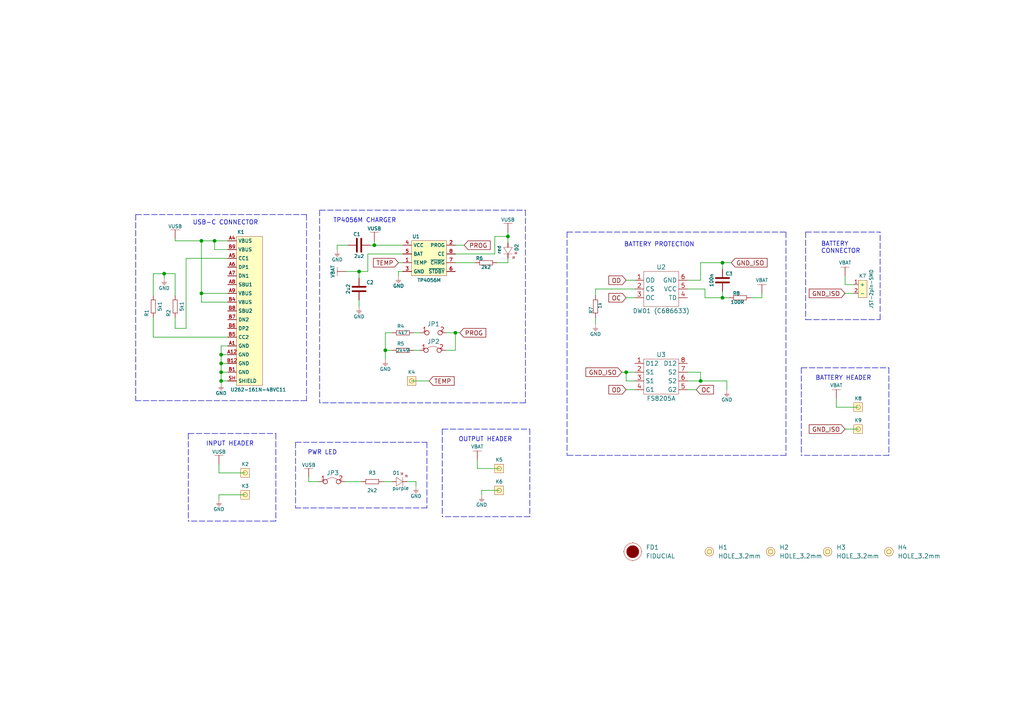
<source format=kicad_sch>
(kicad_sch (version 20211123) (generator eeschema)

  (uuid 2685a089-ef66-4e75-aff8-21e4ebe01de1)

  (paper "A4")

  (title_block
    (title "Li-ion charger with protection")
    (date "2024-07-15")
    (rev "V1.2.0.")
    (company "SOLDERED")
    (comment 1 "333014")
  )

  (lib_symbols
    (symbol "e-radionica.com schematics:0402LED" (pin_numbers hide) (pin_names (offset 0.254) hide) (in_bom yes) (on_board yes)
      (property "Reference" "D" (id 0) (at -0.635 2.54 0)
        (effects (font (size 1 1)))
      )
      (property "Value" "0402LED" (id 1) (at 0 -2.54 0)
        (effects (font (size 1 1)))
      )
      (property "Footprint" "e-radionica.com footprinti:0402LED" (id 2) (at 0 5.08 0)
        (effects (font (size 1 1)) hide)
      )
      (property "Datasheet" "" (id 3) (at 0 0 0)
        (effects (font (size 1 1)) hide)
      )
      (symbol "0402LED_0_1"
        (polyline
          (pts
            (xy -0.635 1.27)
            (xy 1.27 0)
          )
          (stroke (width 0.0006) (type default) (color 0 0 0 0))
          (fill (type none))
        )
        (polyline
          (pts
            (xy 0.635 1.905)
            (xy 1.27 2.54)
          )
          (stroke (width 0.0006) (type default) (color 0 0 0 0))
          (fill (type none))
        )
        (polyline
          (pts
            (xy 1.27 1.27)
            (xy 1.27 -1.27)
          )
          (stroke (width 0.0006) (type default) (color 0 0 0 0))
          (fill (type none))
        )
        (polyline
          (pts
            (xy 1.905 1.27)
            (xy 2.54 1.905)
          )
          (stroke (width 0.0006) (type default) (color 0 0 0 0))
          (fill (type none))
        )
        (polyline
          (pts
            (xy -0.635 1.27)
            (xy -0.635 -1.27)
            (xy 1.27 0)
          )
          (stroke (width 0.0006) (type default) (color 0 0 0 0))
          (fill (type none))
        )
        (polyline
          (pts
            (xy 1.27 2.54)
            (xy 0.635 2.54)
            (xy 1.27 1.905)
            (xy 1.27 2.54)
          )
          (stroke (width 0.0006) (type default) (color 0 0 0 0))
          (fill (type none))
        )
        (polyline
          (pts
            (xy 2.54 1.905)
            (xy 1.905 1.905)
            (xy 2.54 1.27)
            (xy 2.54 1.905)
          )
          (stroke (width 0.0006) (type default) (color 0 0 0 0))
          (fill (type none))
        )
      )
      (symbol "0402LED_1_1"
        (pin passive line (at -1.905 0 0) (length 1.27)
          (name "A" (effects (font (size 1.27 1.27))))
          (number "1" (effects (font (size 1.27 1.27))))
        )
        (pin passive line (at 2.54 0 180) (length 1.27)
          (name "K" (effects (font (size 1.27 1.27))))
          (number "2" (effects (font (size 1.27 1.27))))
        )
      )
    )
    (symbol "e-radionica.com schematics:0402LED_1" (pin_numbers hide) (pin_names (offset 0.254) hide) (in_bom yes) (on_board yes)
      (property "Reference" "D" (id 0) (at -0.635 2.54 0)
        (effects (font (size 1 1)))
      )
      (property "Value" "0402LED" (id 1) (at 0 -2.54 0)
        (effects (font (size 1 1)))
      )
      (property "Footprint" "e-radionica.com footprinti:0402LED" (id 2) (at 0 5.08 0)
        (effects (font (size 1 1)) hide)
      )
      (property "Datasheet" "" (id 3) (at 0 0 0)
        (effects (font (size 1 1)) hide)
      )
      (symbol "0402LED_1_0_1"
        (polyline
          (pts
            (xy -0.635 1.27)
            (xy 1.27 0)
          )
          (stroke (width 0.0006) (type default) (color 0 0 0 0))
          (fill (type none))
        )
        (polyline
          (pts
            (xy 0.635 1.905)
            (xy 1.27 2.54)
          )
          (stroke (width 0.0006) (type default) (color 0 0 0 0))
          (fill (type none))
        )
        (polyline
          (pts
            (xy 1.27 1.27)
            (xy 1.27 -1.27)
          )
          (stroke (width 0.0006) (type default) (color 0 0 0 0))
          (fill (type none))
        )
        (polyline
          (pts
            (xy 1.905 1.27)
            (xy 2.54 1.905)
          )
          (stroke (width 0.0006) (type default) (color 0 0 0 0))
          (fill (type none))
        )
        (polyline
          (pts
            (xy -0.635 1.27)
            (xy -0.635 -1.27)
            (xy 1.27 0)
          )
          (stroke (width 0.0006) (type default) (color 0 0 0 0))
          (fill (type none))
        )
        (polyline
          (pts
            (xy 1.27 2.54)
            (xy 0.635 2.54)
            (xy 1.27 1.905)
            (xy 1.27 2.54)
          )
          (stroke (width 0.0006) (type default) (color 0 0 0 0))
          (fill (type none))
        )
        (polyline
          (pts
            (xy 2.54 1.905)
            (xy 1.905 1.905)
            (xy 2.54 1.27)
            (xy 2.54 1.905)
          )
          (stroke (width 0.0006) (type default) (color 0 0 0 0))
          (fill (type none))
        )
      )
      (symbol "0402LED_1_1_1"
        (pin passive line (at -1.905 0 0) (length 1.27)
          (name "A" (effects (font (size 1.27 1.27))))
          (number "1" (effects (font (size 1.27 1.27))))
        )
        (pin passive line (at 2.54 0 180) (length 1.27)
          (name "K" (effects (font (size 1.27 1.27))))
          (number "2" (effects (font (size 1.27 1.27))))
        )
      )
    )
    (symbol "e-radionica.com schematics:0402R" (pin_numbers hide) (pin_names (offset 0.254)) (in_bom yes) (on_board yes)
      (property "Reference" "R" (id 0) (at -1.905 1.27 0)
        (effects (font (size 1 1)))
      )
      (property "Value" "0402R" (id 1) (at 0 -1.27 0)
        (effects (font (size 1 1)))
      )
      (property "Footprint" "e-radionica.com footprinti:0402R" (id 2) (at -2.54 1.905 0)
        (effects (font (size 1 1)) hide)
      )
      (property "Datasheet" "" (id 3) (at -2.54 1.905 0)
        (effects (font (size 1 1)) hide)
      )
      (symbol "0402R_0_1"
        (rectangle (start -1.905 -0.635) (end 1.905 -0.6604)
          (stroke (width 0.1) (type default) (color 0 0 0 0))
          (fill (type none))
        )
        (rectangle (start -1.905 0.635) (end -1.8796 -0.635)
          (stroke (width 0.1) (type default) (color 0 0 0 0))
          (fill (type none))
        )
        (rectangle (start -1.905 0.635) (end 1.905 0.6096)
          (stroke (width 0.1) (type default) (color 0 0 0 0))
          (fill (type none))
        )
        (rectangle (start 1.905 0.635) (end 1.9304 -0.635)
          (stroke (width 0.1) (type default) (color 0 0 0 0))
          (fill (type none))
        )
      )
      (symbol "0402R_1_1"
        (pin passive line (at -3.175 0 0) (length 1.27)
          (name "~" (effects (font (size 1.27 1.27))))
          (number "1" (effects (font (size 1.27 1.27))))
        )
        (pin passive line (at 3.175 0 180) (length 1.27)
          (name "~" (effects (font (size 1.27 1.27))))
          (number "2" (effects (font (size 1.27 1.27))))
        )
      )
    )
    (symbol "e-radionica.com schematics:0603C" (pin_numbers hide) (pin_names (offset 0.002)) (in_bom yes) (on_board yes)
      (property "Reference" "C" (id 0) (at -0.635 3.175 0)
        (effects (font (size 1 1)))
      )
      (property "Value" "0603C" (id 1) (at 0 -3.175 0)
        (effects (font (size 1 1)))
      )
      (property "Footprint" "e-radionica.com footprinti:0603C" (id 2) (at 0 0 0)
        (effects (font (size 1 1)) hide)
      )
      (property "Datasheet" "" (id 3) (at 0 0 0)
        (effects (font (size 1 1)) hide)
      )
      (symbol "0603C_0_1"
        (polyline
          (pts
            (xy -0.635 1.905)
            (xy -0.635 -1.905)
          )
          (stroke (width 0.5) (type default) (color 0 0 0 0))
          (fill (type none))
        )
        (polyline
          (pts
            (xy 0.635 1.905)
            (xy 0.635 -1.905)
          )
          (stroke (width 0.5) (type default) (color 0 0 0 0))
          (fill (type none))
        )
      )
      (symbol "0603C_1_1"
        (pin passive line (at -3.175 0 0) (length 2.54)
          (name "~" (effects (font (size 1.27 1.27))))
          (number "1" (effects (font (size 1.27 1.27))))
        )
        (pin passive line (at 3.175 0 180) (length 2.54)
          (name "~" (effects (font (size 1.27 1.27))))
          (number "2" (effects (font (size 1.27 1.27))))
        )
      )
    )
    (symbol "e-radionica.com schematics:0603R" (pin_numbers hide) (pin_names (offset 0.254)) (in_bom yes) (on_board yes)
      (property "Reference" "R" (id 0) (at -1.905 1.905 0)
        (effects (font (size 1 1)))
      )
      (property "Value" "0603R" (id 1) (at 0 -1.905 0)
        (effects (font (size 1 1)))
      )
      (property "Footprint" "e-radionica.com footprinti:0603R" (id 2) (at -0.635 1.905 0)
        (effects (font (size 1 1)) hide)
      )
      (property "Datasheet" "" (id 3) (at -0.635 1.905 0)
        (effects (font (size 1 1)) hide)
      )
      (symbol "0603R_0_1"
        (rectangle (start -1.905 -0.635) (end 1.905 -0.6604)
          (stroke (width 0.1) (type default) (color 0 0 0 0))
          (fill (type none))
        )
        (rectangle (start -1.905 0.635) (end -1.8796 -0.635)
          (stroke (width 0.1) (type default) (color 0 0 0 0))
          (fill (type none))
        )
        (rectangle (start -1.905 0.635) (end 1.905 0.6096)
          (stroke (width 0.1) (type default) (color 0 0 0 0))
          (fill (type none))
        )
        (rectangle (start 1.905 0.635) (end 1.9304 -0.635)
          (stroke (width 0.1) (type default) (color 0 0 0 0))
          (fill (type none))
        )
      )
      (symbol "0603R_1_1"
        (pin passive line (at -3.175 0 0) (length 1.27)
          (name "~" (effects (font (size 1.27 1.27))))
          (number "1" (effects (font (size 1.27 1.27))))
        )
        (pin passive line (at 3.175 0 180) (length 1.27)
          (name "~" (effects (font (size 1.27 1.27))))
          (number "2" (effects (font (size 1.27 1.27))))
        )
      )
    )
    (symbol "e-radionica.com schematics:0603R_1" (pin_numbers hide) (pin_names (offset 0.254)) (in_bom yes) (on_board yes)
      (property "Reference" "R" (id 0) (at -1.905 1.905 0)
        (effects (font (size 1 1)))
      )
      (property "Value" "0603R" (id 1) (at 0 -1.905 0)
        (effects (font (size 1 1)))
      )
      (property "Footprint" "e-radionica.com footprinti:0603R" (id 2) (at -0.635 1.905 0)
        (effects (font (size 1 1)) hide)
      )
      (property "Datasheet" "" (id 3) (at -0.635 1.905 0)
        (effects (font (size 1 1)) hide)
      )
      (symbol "0603R_1_0_1"
        (rectangle (start -1.905 -0.635) (end 1.905 -0.6604)
          (stroke (width 0.1) (type default) (color 0 0 0 0))
          (fill (type none))
        )
        (rectangle (start -1.905 0.635) (end -1.8796 -0.635)
          (stroke (width 0.1) (type default) (color 0 0 0 0))
          (fill (type none))
        )
        (rectangle (start -1.905 0.635) (end 1.905 0.6096)
          (stroke (width 0.1) (type default) (color 0 0 0 0))
          (fill (type none))
        )
        (rectangle (start 1.905 0.635) (end 1.9304 -0.635)
          (stroke (width 0.1) (type default) (color 0 0 0 0))
          (fill (type none))
        )
      )
      (symbol "0603R_1_1_1"
        (pin passive line (at -3.175 0 0) (length 1.27)
          (name "~" (effects (font (size 1.27 1.27))))
          (number "1" (effects (font (size 1.27 1.27))))
        )
        (pin passive line (at 3.175 0 180) (length 1.27)
          (name "~" (effects (font (size 1.27 1.27))))
          (number "2" (effects (font (size 1.27 1.27))))
        )
      )
    )
    (symbol "e-radionica.com schematics:0603R_2" (pin_numbers hide) (pin_names (offset 0.254)) (in_bom yes) (on_board yes)
      (property "Reference" "R" (id 0) (at -1.905 1.905 0)
        (effects (font (size 1 1)))
      )
      (property "Value" "0603R" (id 1) (at 0 -1.905 0)
        (effects (font (size 1 1)))
      )
      (property "Footprint" "e-radionica.com footprinti:0603R" (id 2) (at -0.635 1.905 0)
        (effects (font (size 1 1)) hide)
      )
      (property "Datasheet" "" (id 3) (at -0.635 1.905 0)
        (effects (font (size 1 1)) hide)
      )
      (symbol "0603R_2_0_1"
        (rectangle (start -1.905 -0.635) (end 1.905 -0.6604)
          (stroke (width 0.1) (type default) (color 0 0 0 0))
          (fill (type none))
        )
        (rectangle (start -1.905 0.635) (end -1.8796 -0.635)
          (stroke (width 0.1) (type default) (color 0 0 0 0))
          (fill (type none))
        )
        (rectangle (start -1.905 0.635) (end 1.905 0.6096)
          (stroke (width 0.1) (type default) (color 0 0 0 0))
          (fill (type none))
        )
        (rectangle (start 1.905 0.635) (end 1.9304 -0.635)
          (stroke (width 0.1) (type default) (color 0 0 0 0))
          (fill (type none))
        )
      )
      (symbol "0603R_2_1_1"
        (pin passive line (at -3.175 0 0) (length 1.27)
          (name "~" (effects (font (size 1.27 1.27))))
          (number "1" (effects (font (size 1.27 1.27))))
        )
        (pin passive line (at 3.175 0 180) (length 1.27)
          (name "~" (effects (font (size 1.27 1.27))))
          (number "2" (effects (font (size 1.27 1.27))))
        )
      )
    )
    (symbol "e-radionica.com schematics:DW01-P(SOT23-6)" (in_bom yes) (on_board yes)
      (property "Reference" "U" (id 0) (at 0 8.89 0)
        (effects (font (size 1.27 1.27)))
      )
      (property "Value" "DW01-P(SOT23-6)" (id 1) (at 0 -7.62 0)
        (effects (font (size 1.27 1.27)))
      )
      (property "Footprint" "e-radionica.com footprinti:Sot23-6" (id 2) (at -1.27 12.7 0)
        (effects (font (size 1.27 1.27)) hide)
      )
      (property "Datasheet" "" (id 3) (at -8.89 0 0)
        (effects (font (size 1.27 1.27)) hide)
      )
      (symbol "DW01-P(SOT23-6)_0_1"
        (rectangle (start -5.08 5.08) (end 5.08 -5.08)
          (stroke (width 0.0006) (type default) (color 0 0 0 0))
          (fill (type none))
        )
      )
      (symbol "DW01-P(SOT23-6)_1_1"
        (pin passive line (at -7.62 2.54 0) (length 2.54)
          (name "OD" (effects (font (size 1.27 1.27))))
          (number "1" (effects (font (size 1.27 1.27))))
        )
        (pin passive line (at -7.62 0 0) (length 2.54)
          (name "CS" (effects (font (size 1.27 1.27))))
          (number "2" (effects (font (size 1.27 1.27))))
        )
        (pin passive line (at -7.62 -2.54 0) (length 2.54)
          (name "OC" (effects (font (size 1.27 1.27))))
          (number "3" (effects (font (size 1.27 1.27))))
        )
        (pin passive line (at 7.62 -2.54 180) (length 2.54)
          (name "TD" (effects (font (size 1.27 1.27))))
          (number "4" (effects (font (size 1.27 1.27))))
        )
        (pin passive line (at 7.62 0 180) (length 2.54)
          (name "VCC" (effects (font (size 1.27 1.27))))
          (number "5" (effects (font (size 1.27 1.27))))
        )
        (pin passive line (at 7.62 2.54 180) (length 2.54)
          (name "GND" (effects (font (size 1.27 1.27))))
          (number "6" (effects (font (size 1.27 1.27))))
        )
      )
    )
    (symbol "e-radionica.com schematics:FIDUCIAL" (in_bom no) (on_board yes)
      (property "Reference" "FD" (id 0) (at 0 3.81 0)
        (effects (font (size 1.27 1.27)))
      )
      (property "Value" "FIDUCIAL" (id 1) (at 0 -3.81 0)
        (effects (font (size 1.27 1.27)))
      )
      (property "Footprint" "e-radionica.com footprinti:FIDUCIAL_23" (id 2) (at 0.254 -5.334 0)
        (effects (font (size 1.27 1.27)) hide)
      )
      (property "Datasheet" "" (id 3) (at 0 0 0)
        (effects (font (size 1.27 1.27)) hide)
      )
      (symbol "FIDUCIAL_0_1"
        (polyline
          (pts
            (xy -2.54 0)
            (xy -2.794 0)
          )
          (stroke (width 0.0006) (type default) (color 0 0 0 0))
          (fill (type none))
        )
        (polyline
          (pts
            (xy 0 -2.54)
            (xy 0 -2.794)
          )
          (stroke (width 0.0006) (type default) (color 0 0 0 0))
          (fill (type none))
        )
        (polyline
          (pts
            (xy 0 2.54)
            (xy 0 2.794)
          )
          (stroke (width 0.0006) (type default) (color 0 0 0 0))
          (fill (type none))
        )
        (polyline
          (pts
            (xy 2.54 0)
            (xy 2.794 0)
          )
          (stroke (width 0.0006) (type default) (color 0 0 0 0))
          (fill (type none))
        )
        (circle (center 0 0) (radius 1.7961)
          (stroke (width 0.001) (type default) (color 0 0 0 0))
          (fill (type outline))
        )
        (circle (center 0 0) (radius 2.54)
          (stroke (width 0.0006) (type default) (color 0 0 0 0))
          (fill (type none))
        )
      )
    )
    (symbol "e-radionica.com schematics:FS8205A" (in_bom yes) (on_board yes)
      (property "Reference" "U" (id 0) (at 0 7.62 0)
        (effects (font (size 1.27 1.27)))
      )
      (property "Value" "FS8205A" (id 1) (at 0 -6.35 0)
        (effects (font (size 1.27 1.27)))
      )
      (property "Footprint" "e-radionica.com footprinti:TSSOP8" (id 2) (at -5.08 0 0)
        (effects (font (size 1.27 1.27)) hide)
      )
      (property "Datasheet" "" (id 3) (at -5.08 0 0)
        (effects (font (size 1.27 1.27)) hide)
      )
      (symbol "FS8205A_0_1"
        (rectangle (start -5.08 5.08) (end 5.08 -5.08)
          (stroke (width 0.0006) (type default) (color 0 0 0 0))
          (fill (type none))
        )
      )
      (symbol "FS8205A_1_1"
        (pin passive line (at -7.62 3.81 0) (length 2.54)
          (name "D12" (effects (font (size 1.27 1.27))))
          (number "1" (effects (font (size 1.27 1.27))))
        )
        (pin passive line (at -7.62 1.27 0) (length 2.54)
          (name "S1" (effects (font (size 1.27 1.27))))
          (number "2" (effects (font (size 1.27 1.27))))
        )
        (pin passive line (at -7.62 -1.27 0) (length 2.54)
          (name "S1" (effects (font (size 1.27 1.27))))
          (number "3" (effects (font (size 1.27 1.27))))
        )
        (pin passive line (at -7.62 -3.81 0) (length 2.54)
          (name "G1" (effects (font (size 1.27 1.27))))
          (number "4" (effects (font (size 1.27 1.27))))
        )
        (pin passive line (at 7.62 -3.81 180) (length 2.54)
          (name "G2" (effects (font (size 1.27 1.27))))
          (number "5" (effects (font (size 1.27 1.27))))
        )
        (pin passive line (at 7.62 -1.27 180) (length 2.54)
          (name "S2" (effects (font (size 1.27 1.27))))
          (number "6" (effects (font (size 1.27 1.27))))
        )
        (pin passive line (at 7.62 1.27 180) (length 2.54)
          (name "S2" (effects (font (size 1.27 1.27))))
          (number "7" (effects (font (size 1.27 1.27))))
        )
        (pin passive line (at 7.62 3.81 180) (length 2.54)
          (name "D12" (effects (font (size 1.27 1.27))))
          (number "8" (effects (font (size 1.27 1.27))))
        )
      )
    )
    (symbol "e-radionica.com schematics:GND" (power) (pin_names (offset 0)) (in_bom yes) (on_board yes)
      (property "Reference" "#PWR" (id 0) (at 4.445 0 0)
        (effects (font (size 1 1)) hide)
      )
      (property "Value" "GND" (id 1) (at 0 -2.921 0)
        (effects (font (size 1 1)))
      )
      (property "Footprint" "" (id 2) (at 4.445 3.81 0)
        (effects (font (size 1 1)) hide)
      )
      (property "Datasheet" "" (id 3) (at 4.445 3.81 0)
        (effects (font (size 1 1)) hide)
      )
      (property "ki_keywords" "power-flag" (id 4) (at 0 0 0)
        (effects (font (size 1.27 1.27)) hide)
      )
      (property "ki_description" "Power symbol creates a global label with name \"+3V3\"" (id 5) (at 0 0 0)
        (effects (font (size 1.27 1.27)) hide)
      )
      (symbol "GND_0_1"
        (polyline
          (pts
            (xy -0.762 -1.27)
            (xy 0.762 -1.27)
          )
          (stroke (width 0.0006) (type default) (color 0 0 0 0))
          (fill (type none))
        )
        (polyline
          (pts
            (xy -0.635 -1.524)
            (xy 0.635 -1.524)
          )
          (stroke (width 0.0006) (type default) (color 0 0 0 0))
          (fill (type none))
        )
        (polyline
          (pts
            (xy -0.381 -1.778)
            (xy 0.381 -1.778)
          )
          (stroke (width 0.0006) (type default) (color 0 0 0 0))
          (fill (type none))
        )
        (polyline
          (pts
            (xy -0.127 -2.032)
            (xy 0.127 -2.032)
          )
          (stroke (width 0.0006) (type default) (color 0 0 0 0))
          (fill (type none))
        )
        (polyline
          (pts
            (xy 0 0)
            (xy 0 -1.27)
          )
          (stroke (width 0.0006) (type default) (color 0 0 0 0))
          (fill (type none))
        )
      )
      (symbol "GND_1_1"
        (pin power_in line (at 0 0 270) (length 0) hide
          (name "GND" (effects (font (size 1.27 1.27))))
          (number "1" (effects (font (size 1.27 1.27))))
        )
      )
    )
    (symbol "e-radionica.com schematics:GND_1" (power) (pin_names (offset 0)) (in_bom yes) (on_board yes)
      (property "Reference" "#PWR" (id 0) (at 4.445 0 0)
        (effects (font (size 1 1)) hide)
      )
      (property "Value" "GND" (id 1) (at 0 -2.921 0)
        (effects (font (size 1 1)))
      )
      (property "Footprint" "" (id 2) (at 4.445 3.81 0)
        (effects (font (size 1 1)) hide)
      )
      (property "Datasheet" "" (id 3) (at 4.445 3.81 0)
        (effects (font (size 1 1)) hide)
      )
      (property "ki_keywords" "power-flag" (id 4) (at 0 0 0)
        (effects (font (size 1.27 1.27)) hide)
      )
      (property "ki_description" "Power symbol creates a global label with name \"+3V3\"" (id 5) (at 0 0 0)
        (effects (font (size 1.27 1.27)) hide)
      )
      (symbol "GND_1_0_1"
        (polyline
          (pts
            (xy -0.762 -1.27)
            (xy 0.762 -1.27)
          )
          (stroke (width 0.0006) (type default) (color 0 0 0 0))
          (fill (type none))
        )
        (polyline
          (pts
            (xy -0.635 -1.524)
            (xy 0.635 -1.524)
          )
          (stroke (width 0.0006) (type default) (color 0 0 0 0))
          (fill (type none))
        )
        (polyline
          (pts
            (xy -0.381 -1.778)
            (xy 0.381 -1.778)
          )
          (stroke (width 0.0006) (type default) (color 0 0 0 0))
          (fill (type none))
        )
        (polyline
          (pts
            (xy -0.127 -2.032)
            (xy 0.127 -2.032)
          )
          (stroke (width 0.0006) (type default) (color 0 0 0 0))
          (fill (type none))
        )
        (polyline
          (pts
            (xy 0 0)
            (xy 0 -1.27)
          )
          (stroke (width 0.0006) (type default) (color 0 0 0 0))
          (fill (type none))
        )
      )
      (symbol "GND_1_1_1"
        (pin power_in line (at 0 0 270) (length 0) hide
          (name "GND" (effects (font (size 1.27 1.27))))
          (number "1" (effects (font (size 1.27 1.27))))
        )
      )
    )
    (symbol "e-radionica.com schematics:GND_3" (power) (pin_names (offset 0)) (in_bom yes) (on_board yes)
      (property "Reference" "#PWR" (id 0) (at 4.445 0 0)
        (effects (font (size 1 1)) hide)
      )
      (property "Value" "GND" (id 1) (at 0 -2.921 0)
        (effects (font (size 1 1)))
      )
      (property "Footprint" "" (id 2) (at 4.445 3.81 0)
        (effects (font (size 1 1)) hide)
      )
      (property "Datasheet" "" (id 3) (at 4.445 3.81 0)
        (effects (font (size 1 1)) hide)
      )
      (property "ki_keywords" "power-flag" (id 4) (at 0 0 0)
        (effects (font (size 1.27 1.27)) hide)
      )
      (property "ki_description" "Power symbol creates a global label with name \"+3V3\"" (id 5) (at 0 0 0)
        (effects (font (size 1.27 1.27)) hide)
      )
      (symbol "GND_3_0_1"
        (polyline
          (pts
            (xy -0.762 -1.27)
            (xy 0.762 -1.27)
          )
          (stroke (width 0.0006) (type default) (color 0 0 0 0))
          (fill (type none))
        )
        (polyline
          (pts
            (xy -0.635 -1.524)
            (xy 0.635 -1.524)
          )
          (stroke (width 0.0006) (type default) (color 0 0 0 0))
          (fill (type none))
        )
        (polyline
          (pts
            (xy -0.381 -1.778)
            (xy 0.381 -1.778)
          )
          (stroke (width 0.0006) (type default) (color 0 0 0 0))
          (fill (type none))
        )
        (polyline
          (pts
            (xy -0.127 -2.032)
            (xy 0.127 -2.032)
          )
          (stroke (width 0.0006) (type default) (color 0 0 0 0))
          (fill (type none))
        )
        (polyline
          (pts
            (xy 0 0)
            (xy 0 -1.27)
          )
          (stroke (width 0.0006) (type default) (color 0 0 0 0))
          (fill (type none))
        )
      )
      (symbol "GND_3_1_1"
        (pin power_in line (at 0 0 270) (length 0) hide
          (name "GND" (effects (font (size 1.27 1.27))))
          (number "1" (effects (font (size 1.27 1.27))))
        )
      )
    )
    (symbol "e-radionica.com schematics:GND_5" (power) (pin_names (offset 0)) (in_bom yes) (on_board yes)
      (property "Reference" "#PWR" (id 0) (at 4.445 0 0)
        (effects (font (size 1 1)) hide)
      )
      (property "Value" "GND" (id 1) (at 0 -2.921 0)
        (effects (font (size 1 1)))
      )
      (property "Footprint" "" (id 2) (at 4.445 3.81 0)
        (effects (font (size 1 1)) hide)
      )
      (property "Datasheet" "" (id 3) (at 4.445 3.81 0)
        (effects (font (size 1 1)) hide)
      )
      (property "ki_keywords" "power-flag" (id 4) (at 0 0 0)
        (effects (font (size 1.27 1.27)) hide)
      )
      (property "ki_description" "Power symbol creates a global label with name \"+3V3\"" (id 5) (at 0 0 0)
        (effects (font (size 1.27 1.27)) hide)
      )
      (symbol "GND_5_0_1"
        (polyline
          (pts
            (xy -0.762 -1.27)
            (xy 0.762 -1.27)
          )
          (stroke (width 0.0006) (type default) (color 0 0 0 0))
          (fill (type none))
        )
        (polyline
          (pts
            (xy -0.635 -1.524)
            (xy 0.635 -1.524)
          )
          (stroke (width 0.0006) (type default) (color 0 0 0 0))
          (fill (type none))
        )
        (polyline
          (pts
            (xy -0.381 -1.778)
            (xy 0.381 -1.778)
          )
          (stroke (width 0.0006) (type default) (color 0 0 0 0))
          (fill (type none))
        )
        (polyline
          (pts
            (xy -0.127 -2.032)
            (xy 0.127 -2.032)
          )
          (stroke (width 0.0006) (type default) (color 0 0 0 0))
          (fill (type none))
        )
        (polyline
          (pts
            (xy 0 0)
            (xy 0 -1.27)
          )
          (stroke (width 0.0006) (type default) (color 0 0 0 0))
          (fill (type none))
        )
      )
      (symbol "GND_5_1_1"
        (pin power_in line (at 0 0 270) (length 0) hide
          (name "GND" (effects (font (size 1.27 1.27))))
          (number "1" (effects (font (size 1.27 1.27))))
        )
      )
    )
    (symbol "e-radionica.com schematics:GND_8" (power) (pin_names (offset 0)) (in_bom yes) (on_board yes)
      (property "Reference" "#PWR" (id 0) (at 4.445 0 0)
        (effects (font (size 1 1)) hide)
      )
      (property "Value" "GND" (id 1) (at 0 -2.921 0)
        (effects (font (size 1 1)))
      )
      (property "Footprint" "" (id 2) (at 4.445 3.81 0)
        (effects (font (size 1 1)) hide)
      )
      (property "Datasheet" "" (id 3) (at 4.445 3.81 0)
        (effects (font (size 1 1)) hide)
      )
      (property "ki_keywords" "power-flag" (id 4) (at 0 0 0)
        (effects (font (size 1.27 1.27)) hide)
      )
      (property "ki_description" "Power symbol creates a global label with name \"+3V3\"" (id 5) (at 0 0 0)
        (effects (font (size 1.27 1.27)) hide)
      )
      (symbol "GND_8_0_1"
        (polyline
          (pts
            (xy -0.762 -1.27)
            (xy 0.762 -1.27)
          )
          (stroke (width 0.0006) (type default) (color 0 0 0 0))
          (fill (type none))
        )
        (polyline
          (pts
            (xy -0.635 -1.524)
            (xy 0.635 -1.524)
          )
          (stroke (width 0.0006) (type default) (color 0 0 0 0))
          (fill (type none))
        )
        (polyline
          (pts
            (xy -0.381 -1.778)
            (xy 0.381 -1.778)
          )
          (stroke (width 0.0006) (type default) (color 0 0 0 0))
          (fill (type none))
        )
        (polyline
          (pts
            (xy -0.127 -2.032)
            (xy 0.127 -2.032)
          )
          (stroke (width 0.0006) (type default) (color 0 0 0 0))
          (fill (type none))
        )
        (polyline
          (pts
            (xy 0 0)
            (xy 0 -1.27)
          )
          (stroke (width 0.0006) (type default) (color 0 0 0 0))
          (fill (type none))
        )
      )
      (symbol "GND_8_1_1"
        (pin power_in line (at 0 0 270) (length 0) hide
          (name "GND" (effects (font (size 1.27 1.27))))
          (number "1" (effects (font (size 1.27 1.27))))
        )
      )
    )
    (symbol "e-radionica.com schematics:HEADER_MALE_1X1" (pin_numbers hide) (pin_names hide) (in_bom yes) (on_board yes)
      (property "Reference" "K" (id 0) (at -0.635 2.54 0)
        (effects (font (size 1 1)))
      )
      (property "Value" "HEADER_MALE_1X1" (id 1) (at 0 -2.54 0)
        (effects (font (size 1 1)))
      )
      (property "Footprint" "e-radionica.com footprinti:HEADER_MALE_1X1" (id 2) (at 0 0 0)
        (effects (font (size 1 1)) hide)
      )
      (property "Datasheet" "" (id 3) (at 0 0 0)
        (effects (font (size 1 1)) hide)
      )
      (symbol "HEADER_MALE_1X1_0_1"
        (rectangle (start -1.27 1.27) (end 1.27 -1.27)
          (stroke (width 0.001) (type default) (color 0 0 0 0))
          (fill (type background))
        )
        (circle (center 0 0) (radius 0.635)
          (stroke (width 0.0006) (type default) (color 0 0 0 0))
          (fill (type none))
        )
      )
      (symbol "HEADER_MALE_1X1_1_1"
        (pin passive line (at 0 0 180) (length 0)
          (name "~" (effects (font (size 1 1))))
          (number "1" (effects (font (size 1 1))))
        )
      )
    )
    (symbol "e-radionica.com schematics:HOLE_3.2mm" (pin_numbers hide) (pin_names hide) (in_bom yes) (on_board yes)
      (property "Reference" "H" (id 0) (at 0 2.54 0)
        (effects (font (size 1.27 1.27)))
      )
      (property "Value" "HOLE_3.2mm" (id 1) (at 0 -2.54 0)
        (effects (font (size 1.27 1.27)))
      )
      (property "Footprint" "e-radionica.com footprinti:HOLE_3.2mm" (id 2) (at 0 0 0)
        (effects (font (size 1.27 1.27)) hide)
      )
      (property "Datasheet" "" (id 3) (at 0 0 0)
        (effects (font (size 1.27 1.27)) hide)
      )
      (symbol "HOLE_3.2mm_0_1"
        (circle (center 0 0) (radius 0.635)
          (stroke (width 0.0006) (type default) (color 0 0 0 0))
          (fill (type none))
        )
        (circle (center 0 0) (radius 1.27)
          (stroke (width 0.001) (type default) (color 0 0 0 0))
          (fill (type background))
        )
      )
    )
    (symbol "e-radionica.com schematics:JST-2pin-SMD" (in_bom yes) (on_board yes)
      (property "Reference" "K" (id 0) (at -1.27 5.08 0)
        (effects (font (size 1 1)))
      )
      (property "Value" "JST-2pin-SMD" (id 1) (at 0 -2.54 0)
        (effects (font (size 1 1)))
      )
      (property "Footprint" "e-radionica.com footprinti:JST-2pin-SMD" (id 2) (at 0 0 0)
        (effects (font (size 1 1)) hide)
      )
      (property "Datasheet" "" (id 3) (at 0 0 0)
        (effects (font (size 1 1)) hide)
      )
      (symbol "JST-2pin-SMD_0_1"
        (rectangle (start -2.54 3.81) (end 0 -1.27)
          (stroke (width 0.001) (type default) (color 0 0 0 0))
          (fill (type background))
        )
      )
      (symbol "JST-2pin-SMD_1_1"
        (pin passive line (at 1.27 0 180) (length 1.27)
          (name "+" (effects (font (size 1 1))))
          (number "1" (effects (font (size 1 1))))
        )
        (pin passive line (at 1.27 2.54 180) (length 1.27)
          (name "-" (effects (font (size 1 1))))
          (number "2" (effects (font (size 1 1))))
        )
      )
    )
    (symbol "e-radionica.com schematics:SMD-JUMPER-CONNECTED" (in_bom yes) (on_board yes)
      (property "Reference" "JP" (id 0) (at 0 3.556 0)
        (effects (font (size 1.27 1.27)))
      )
      (property "Value" "SMD-JUMPER-CONNECTED" (id 1) (at 0 -2.54 0)
        (effects (font (size 1.27 1.27)))
      )
      (property "Footprint" "e-radionica.com footprinti:SMD_JUMPER_CONNECTED" (id 2) (at 0 0 0)
        (effects (font (size 1.27 1.27)) hide)
      )
      (property "Datasheet" "" (id 3) (at 0 0 0)
        (effects (font (size 1.27 1.27)) hide)
      )
      (symbol "SMD-JUMPER-CONNECTED_0_1"
        (arc (start 1.397 0.5842) (mid -0.2077 1.1365) (end -1.8034 0.5588)
          (stroke (width 0.0006) (type default) (color 0 0 0 0))
          (fill (type none))
        )
      )
      (symbol "SMD-JUMPER-CONNECTED_1_1"
        (pin passive inverted (at -4.064 0 0) (length 2.54)
          (name "" (effects (font (size 1.27 1.27))))
          (number "1" (effects (font (size 1.27 1.27))))
        )
        (pin passive inverted (at 3.556 0 180) (length 2.54)
          (name "" (effects (font (size 1.27 1.27))))
          (number "2" (effects (font (size 1.27 1.27))))
        )
      )
    )
    (symbol "e-radionica.com schematics:SMD-JUMPER-CONNECTED_TRACE_SLODERMASK" (in_bom yes) (on_board yes)
      (property "Reference" "JP" (id 0) (at 0 3.556 0)
        (effects (font (size 1.27 1.27)))
      )
      (property "Value" "SMD-JUMPER-CONNECTED_TRACE_SLODERMASK" (id 1) (at 0 -2.54 0)
        (effects (font (size 1.27 1.27)))
      )
      (property "Footprint" "e-radionica.com footprinti:SMD-JUMPER-CONNECTED_TRACE_SLODERMASK" (id 2) (at 0 -5.715 0)
        (effects (font (size 1.27 1.27)) hide)
      )
      (property "Datasheet" "" (id 3) (at 0 0 0)
        (effects (font (size 1.27 1.27)) hide)
      )
      (symbol "SMD-JUMPER-CONNECTED_TRACE_SLODERMASK_0_1"
        (arc (start 1.397 0.5842) (mid -0.2077 1.1365) (end -1.8034 0.5588)
          (stroke (width 0.0006) (type default) (color 0 0 0 0))
          (fill (type none))
        )
      )
      (symbol "SMD-JUMPER-CONNECTED_TRACE_SLODERMASK_1_1"
        (pin passive inverted (at -4.064 0 0) (length 2.54)
          (name "" (effects (font (size 1.27 1.27))))
          (number "1" (effects (font (size 1.27 1.27))))
        )
        (pin passive inverted (at 3.556 0 180) (length 2.54)
          (name "" (effects (font (size 1.27 1.27))))
          (number "2" (effects (font (size 1.27 1.27))))
        )
      )
    )
    (symbol "e-radionica.com schematics:SMD_JUMPER" (in_bom yes) (on_board yes)
      (property "Reference" "JP" (id 0) (at 0 1.397 0)
        (effects (font (size 1.27 1.27)))
      )
      (property "Value" "SMD_JUMPER" (id 1) (at 0.508 -3.048 0)
        (effects (font (size 1.27 1.27)))
      )
      (property "Footprint" "e-radionica.com footprinti:SMD_JUMPER" (id 2) (at 0 0 0)
        (effects (font (size 1.27 1.27)) hide)
      )
      (property "Datasheet" "" (id 3) (at 0 0 0)
        (effects (font (size 1.27 1.27)) hide)
      )
      (symbol "SMD_JUMPER_1_1"
        (pin passive inverted (at -3.81 0 0) (length 2.54)
          (name "" (effects (font (size 1.27 1.27))))
          (number "1" (effects (font (size 1.27 1.27))))
        )
        (pin passive inverted (at 3.81 0 180) (length 2.54)
          (name "" (effects (font (size 1.27 1.27))))
          (number "2" (effects (font (size 1.27 1.27))))
        )
      )
    )
    (symbol "e-radionica.com schematics:TP4056M" (in_bom yes) (on_board yes)
      (property "Reference" "U" (id 0) (at -3.81 5.08 0)
        (effects (font (size 1 1)))
      )
      (property "Value" "TP4056M" (id 1) (at 0 -7.62 0)
        (effects (font (size 1 1)))
      )
      (property "Footprint" "e-radionica.com footprinti:TP4056M-MSOP8" (id 2) (at 0 0 0)
        (effects (font (size 1 1)) hide)
      )
      (property "Datasheet" "" (id 3) (at 0 0 0)
        (effects (font (size 1 1)) hide)
      )
      (symbol "TP4056M_0_1"
        (rectangle (start -5.08 3.81) (end 5.08 -6.35)
          (stroke (width 0.001) (type default) (color 0 0 0 0))
          (fill (type background))
        )
      )
      (symbol "TP4056M_1_1"
        (pin passive line (at -7.62 -2.54 0) (length 2.54)
          (name "TEMP" (effects (font (size 1 1))))
          (number "1" (effects (font (size 1 1))))
        )
        (pin passive line (at 7.62 2.54 180) (length 2.54)
          (name "PROG" (effects (font (size 1 1))))
          (number "2" (effects (font (size 1 1))))
        )
        (pin passive line (at -7.62 -5.08 0) (length 2.54)
          (name "GND" (effects (font (size 1 1))))
          (number "3" (effects (font (size 1 1))))
        )
        (pin passive line (at -7.62 2.54 0) (length 2.54)
          (name "VCC" (effects (font (size 1 1))))
          (number "4" (effects (font (size 1 1))))
        )
        (pin passive line (at -7.62 0 0) (length 2.54)
          (name "BAT" (effects (font (size 1 1))))
          (number "5" (effects (font (size 1 1))))
        )
        (pin passive line (at 7.62 -5.08 180) (length 2.54)
          (name "~{STDBY}" (effects (font (size 1 1))))
          (number "6" (effects (font (size 1 1))))
        )
        (pin passive line (at 7.62 -2.54 180) (length 2.54)
          (name "~{CHRG}" (effects (font (size 1 1))))
          (number "7" (effects (font (size 1 1))))
        )
        (pin passive line (at 7.62 0 180) (length 2.54)
          (name "CE" (effects (font (size 1 1))))
          (number "8" (effects (font (size 1 1))))
        )
      )
    )
    (symbol "e-radionica.com schematics:U262-161N-4BVC11" (in_bom yes) (on_board yes)
      (property "Reference" "K" (id 0) (at 0 22.86 0)
        (effects (font (size 1 1)))
      )
      (property "Value" "U262-161N-4BVC11" (id 1) (at 2.54 -22.86 0)
        (effects (font (size 1 1)))
      )
      (property "Footprint" "e-radionica.com footprinti:U262-161N-4BVC11" (id 2) (at 1.27 -3.81 0)
        (effects (font (size 1 1)) hide)
      )
      (property "Datasheet" "" (id 3) (at 1.27 -3.81 0)
        (effects (font (size 1 1)) hide)
      )
      (property "ki_keywords" "USBC USB-C USB" (id 4) (at 0 0 0)
        (effects (font (size 1.27 1.27)) hide)
      )
      (symbol "U262-161N-4BVC11_0_1"
        (rectangle (start -1.27 21.59) (end 6.35 -21.59)
          (stroke (width 0.001) (type default) (color 0 0 0 0))
          (fill (type background))
        )
      )
      (symbol "U262-161N-4BVC11_1_1"
        (pin passive line (at -3.81 -10.16 0) (length 2.54)
          (name "GND" (effects (font (size 1 1))))
          (number "A1" (effects (font (size 1 1))))
        )
        (pin passive line (at -3.81 -12.7 0) (length 2.54)
          (name "GND" (effects (font (size 1 1))))
          (number "A12" (effects (font (size 1 1))))
        )
        (pin passive line (at -3.81 20.32 0) (length 2.54)
          (name "VBUS" (effects (font (size 1 1))))
          (number "A4" (effects (font (size 1 1))))
        )
        (pin passive line (at -3.81 15.24 0) (length 2.54)
          (name "CC1" (effects (font (size 1 1))))
          (number "A5" (effects (font (size 1 1))))
        )
        (pin passive line (at -3.81 12.7 0) (length 2.54)
          (name "DP1" (effects (font (size 1 1))))
          (number "A6" (effects (font (size 1 1))))
        )
        (pin passive line (at -3.81 10.16 0) (length 2.54)
          (name "DN1" (effects (font (size 1 1))))
          (number "A7" (effects (font (size 1 1))))
        )
        (pin passive line (at -3.81 7.62 0) (length 2.54)
          (name "SBU1" (effects (font (size 1 1))))
          (number "A8" (effects (font (size 1 1))))
        )
        (pin passive line (at -3.81 5.08 0) (length 2.54)
          (name "VBUS" (effects (font (size 1 1))))
          (number "A9" (effects (font (size 1 1))))
        )
        (pin passive line (at -3.81 -17.78 0) (length 2.54)
          (name "GND" (effects (font (size 1 1))))
          (number "B1" (effects (font (size 1 1))))
        )
        (pin passive line (at -3.81 -15.24 0) (length 2.54)
          (name "GND" (effects (font (size 1 1))))
          (number "B12" (effects (font (size 1 1))))
        )
        (pin passive line (at -3.81 2.54 0) (length 2.54)
          (name "VBUS" (effects (font (size 1 1))))
          (number "B4" (effects (font (size 1 1))))
        )
        (pin passive line (at -3.81 -7.62 0) (length 2.54)
          (name "CC2" (effects (font (size 1 1))))
          (number "B5" (effects (font (size 1 1))))
        )
        (pin passive line (at -3.81 -5.08 0) (length 2.54)
          (name "DP2" (effects (font (size 1 1))))
          (number "B6" (effects (font (size 1 1))))
        )
        (pin passive line (at -3.81 -2.54 0) (length 2.54)
          (name "DN2" (effects (font (size 1 1))))
          (number "B7" (effects (font (size 1 1))))
        )
        (pin passive line (at -3.81 0 0) (length 2.54)
          (name "SBU2" (effects (font (size 1 1))))
          (number "B8" (effects (font (size 1 1))))
        )
        (pin passive line (at -3.81 17.78 0) (length 2.54)
          (name "VBUS" (effects (font (size 1 1))))
          (number "B9" (effects (font (size 1 1))))
        )
        (pin passive line (at -3.81 -20.32 0) (length 2.54)
          (name "SHIELD" (effects (font (size 1 1))))
          (number "SH" (effects (font (size 1 1))))
        )
      )
    )
    (symbol "e-radionica.com schematics:VBAT" (power) (pin_names (offset 0)) (in_bom yes) (on_board yes)
      (property "Reference" "#PWR" (id 0) (at 4.445 0 0)
        (effects (font (size 1 1)) hide)
      )
      (property "Value" "VBAT" (id 1) (at 0 3.556 0)
        (effects (font (size 1 1)))
      )
      (property "Footprint" "" (id 2) (at 4.445 3.81 0)
        (effects (font (size 1 1)) hide)
      )
      (property "Datasheet" "" (id 3) (at 4.445 3.81 0)
        (effects (font (size 1 1)) hide)
      )
      (property "ki_keywords" "power-flag" (id 4) (at 0 0 0)
        (effects (font (size 1.27 1.27)) hide)
      )
      (property "ki_description" "Power symbol creates a global label with name \"+3V3\"" (id 5) (at 0 0 0)
        (effects (font (size 1.27 1.27)) hide)
      )
      (symbol "VBAT_0_1"
        (polyline
          (pts
            (xy -1.27 2.54)
            (xy 1.27 2.54)
          )
          (stroke (width 0.0006) (type default) (color 0 0 0 0))
          (fill (type none))
        )
        (polyline
          (pts
            (xy 0 0)
            (xy 0 2.54)
          )
          (stroke (width 0) (type default) (color 0 0 0 0))
          (fill (type none))
        )
      )
      (symbol "VBAT_1_1"
        (pin power_in line (at 0 0 90) (length 0) hide
          (name "VBAT" (effects (font (size 1.27 1.27))))
          (number "1" (effects (font (size 1.27 1.27))))
        )
      )
    )
    (symbol "e-radionica.com schematics:VUSB" (power) (pin_names (offset 0)) (in_bom yes) (on_board yes)
      (property "Reference" "#PWR" (id 0) (at 4.445 0 0)
        (effects (font (size 1 1)) hide)
      )
      (property "Value" "VUSB" (id 1) (at 0 3.556 0)
        (effects (font (size 1 1)))
      )
      (property "Footprint" "" (id 2) (at 4.445 3.81 0)
        (effects (font (size 1 1)) hide)
      )
      (property "Datasheet" "" (id 3) (at 4.445 3.81 0)
        (effects (font (size 1 1)) hide)
      )
      (property "ki_keywords" "power-flag" (id 4) (at 0 0 0)
        (effects (font (size 1.27 1.27)) hide)
      )
      (property "ki_description" "Power symbol creates a global label with name \"+3V3\"" (id 5) (at 0 0 0)
        (effects (font (size 1.27 1.27)) hide)
      )
      (symbol "VUSB_0_1"
        (polyline
          (pts
            (xy -1.27 2.54)
            (xy 1.27 2.54)
          )
          (stroke (width 0.0006) (type default) (color 0 0 0 0))
          (fill (type none))
        )
        (polyline
          (pts
            (xy 0 0)
            (xy 0 2.54)
          )
          (stroke (width 0) (type default) (color 0 0 0 0))
          (fill (type none))
        )
      )
      (symbol "VUSB_1_1"
        (pin power_in line (at 0 0 90) (length 0) hide
          (name "VUSB" (effects (font (size 1.27 1.27))))
          (number "1" (effects (font (size 1.27 1.27))))
        )
      )
    )
    (symbol "e-radionica.com schematics:VUSB_2" (power) (pin_names (offset 0)) (in_bom yes) (on_board yes)
      (property "Reference" "#PWR" (id 0) (at 4.445 0 0)
        (effects (font (size 1 1)) hide)
      )
      (property "Value" "VUSB" (id 1) (at 0 3.556 0)
        (effects (font (size 1 1)))
      )
      (property "Footprint" "" (id 2) (at 4.445 3.81 0)
        (effects (font (size 1 1)) hide)
      )
      (property "Datasheet" "" (id 3) (at 4.445 3.81 0)
        (effects (font (size 1 1)) hide)
      )
      (property "ki_keywords" "power-flag" (id 4) (at 0 0 0)
        (effects (font (size 1.27 1.27)) hide)
      )
      (property "ki_description" "Power symbol creates a global label with name \"+3V3\"" (id 5) (at 0 0 0)
        (effects (font (size 1.27 1.27)) hide)
      )
      (symbol "VUSB_2_0_1"
        (polyline
          (pts
            (xy -1.27 2.54)
            (xy 1.27 2.54)
          )
          (stroke (width 0.0006) (type default) (color 0 0 0 0))
          (fill (type none))
        )
        (polyline
          (pts
            (xy 0 0)
            (xy 0 2.54)
          )
          (stroke (width 0) (type default) (color 0 0 0 0))
          (fill (type none))
        )
      )
      (symbol "VUSB_2_1_1"
        (pin power_in line (at 0 0 90) (length 0) hide
          (name "VUSB" (effects (font (size 1.27 1.27))))
          (number "1" (effects (font (size 1.27 1.27))))
        )
      )
    )
    (symbol "e-radionica.com schematics:VUSB_4" (power) (pin_names (offset 0)) (in_bom yes) (on_board yes)
      (property "Reference" "#PWR" (id 0) (at 4.445 0 0)
        (effects (font (size 1 1)) hide)
      )
      (property "Value" "VUSB" (id 1) (at 0 3.556 0)
        (effects (font (size 1 1)))
      )
      (property "Footprint" "" (id 2) (at 4.445 3.81 0)
        (effects (font (size 1 1)) hide)
      )
      (property "Datasheet" "" (id 3) (at 4.445 3.81 0)
        (effects (font (size 1 1)) hide)
      )
      (property "ki_keywords" "power-flag" (id 4) (at 0 0 0)
        (effects (font (size 1.27 1.27)) hide)
      )
      (property "ki_description" "Power symbol creates a global label with name \"+3V3\"" (id 5) (at 0 0 0)
        (effects (font (size 1.27 1.27)) hide)
      )
      (symbol "VUSB_4_0_1"
        (polyline
          (pts
            (xy -1.27 2.54)
            (xy 1.27 2.54)
          )
          (stroke (width 0.0006) (type default) (color 0 0 0 0))
          (fill (type none))
        )
        (polyline
          (pts
            (xy 0 0)
            (xy 0 2.54)
          )
          (stroke (width 0) (type default) (color 0 0 0 0))
          (fill (type none))
        )
      )
      (symbol "VUSB_4_1_1"
        (pin power_in line (at 0 0 90) (length 0) hide
          (name "VUSB" (effects (font (size 1.27 1.27))))
          (number "1" (effects (font (size 1.27 1.27))))
        )
      )
    )
  )

  (junction (at 108.585 71.12) (diameter 0.9144) (color 0 0 0 0)
    (uuid 0cc45b5b-96b3-4284-9cae-a3a9e324a916)
  )
  (junction (at 64.135 102.87) (diameter 0.9144) (color 0 0 0 0)
    (uuid 109caac1-5036-4f23-9a66-f569d871501b)
  )
  (junction (at 62.23 69.85) (diameter 0.9144) (color 0 0 0 0)
    (uuid 19b0959e-a79b-43b2-a5ad-525ced7e9131)
  )
  (junction (at 181.61 107.95) (diameter 0.9144) (color 0 0 0 0)
    (uuid 1f8b2c0c-b042-4e2e-80f6-4959a27b238f)
  )
  (junction (at 64.135 105.41) (diameter 0.9144) (color 0 0 0 0)
    (uuid 31540a7e-dc9e-4e4d-96b1-dab15efa5f4b)
  )
  (junction (at 132.08 96.52) (diameter 0.9144) (color 0 0 0 0)
    (uuid 4a850cb6-bb24-4274-a902-e49f34f0a0e3)
  )
  (junction (at 111.76 101.6) (diameter 0.9144) (color 0 0 0 0)
    (uuid 6b7c1048-12b6-46b2-b762-fa3ad30472dd)
  )
  (junction (at 203.2 110.49) (diameter 0.9144) (color 0 0 0 0)
    (uuid 700e8b73-5976-423f-a3f3-ab3d9f3e9760)
  )
  (junction (at 209.55 86.36) (diameter 0.9144) (color 0 0 0 0)
    (uuid 79e31048-072a-4a40-a625-26bb0b5f046b)
  )
  (junction (at 58.42 69.85) (diameter 0.9144) (color 0 0 0 0)
    (uuid 7c04618d-9115-4179-b234-a8faf854ea92)
  )
  (junction (at 64.135 107.95) (diameter 0.9144) (color 0 0 0 0)
    (uuid 8c1605f9-6c91-4701-96bf-e753661d5e23)
  )
  (junction (at 209.55 76.2) (diameter 0.9144) (color 0 0 0 0)
    (uuid b4300db7-1220-431a-b7c3-2edbdf8fa6fc)
  )
  (junction (at 47.625 79.375) (diameter 0.9144) (color 0 0 0 0)
    (uuid e502d1d5-04b0-4d4b-b5c3-8c52d09668e7)
  )
  (junction (at 147.32 68.58) (diameter 0.9144) (color 0 0 0 0)
    (uuid e5203297-b913-4288-a576-12a92185cb52)
  )
  (junction (at 58.42 85.09) (diameter 0.9144) (color 0 0 0 0)
    (uuid e67b9f8c-019b-4145-98a4-96545f6bb128)
  )
  (junction (at 64.135 110.49) (diameter 0.9144) (color 0 0 0 0)
    (uuid f1447ad6-651c-45be-a2d6-33bddf672c2c)
  )
  (junction (at 104.14 78.74) (diameter 0.9144) (color 0 0 0 0)
    (uuid f6c644f4-3036-41a6-9e14-2c08c079c6cd)
  )

  (wire (pts (xy 132.08 71.12) (xy 134.62 71.12))
    (stroke (width 0) (type solid) (color 0 0 0 0))
    (uuid 0063f4e3-783d-4fee-92c1-f985748790bf)
  )
  (polyline (pts (xy 80.01 151.13) (xy 54.61 151.13))
    (stroke (width 0) (type dash) (color 0 0 0 0))
    (uuid 0202975a-62cc-4300-bd7b-01e9825ea922)
  )

  (wire (pts (xy 144.145 76.2) (xy 147.32 76.2))
    (stroke (width 0) (type solid) (color 0 0 0 0))
    (uuid 0815b1f3-eea1-4ba8-b212-b049bf71716b)
  )
  (wire (pts (xy 115.57 78.74) (xy 115.57 80.01))
    (stroke (width 0) (type solid) (color 0 0 0 0))
    (uuid 082aca40-8225-4442-957c-7bbe1696b2c4)
  )
  (wire (pts (xy 64.135 102.87) (xy 66.04 102.87))
    (stroke (width 0) (type solid) (color 0 0 0 0))
    (uuid 0baa214a-648e-4104-9d85-d13b83c0a3ff)
  )
  (wire (pts (xy 129.286 101.6) (xy 132.08 101.6))
    (stroke (width 0) (type solid) (color 0 0 0 0))
    (uuid 0c3a6a54-b22e-4de0-adc2-dd8d3cc27dc2)
  )
  (wire (pts (xy 132.08 76.2) (xy 137.795 76.2))
    (stroke (width 0) (type solid) (color 0 0 0 0))
    (uuid 0c5f851e-076c-4d53-b355-5d80117a1e59)
  )
  (wire (pts (xy 66.04 97.79) (xy 44.45 97.79))
    (stroke (width 0) (type solid) (color 0 0 0 0))
    (uuid 0c65e3f2-a580-4dd0-8956-eb14b1197dc8)
  )
  (wire (pts (xy 116.84 71.12) (xy 108.585 71.12))
    (stroke (width 0) (type solid) (color 0 0 0 0))
    (uuid 0d77c5a0-6d7e-414e-96db-50a1a6ce1039)
  )
  (wire (pts (xy 64.135 100.33) (xy 64.135 102.87))
    (stroke (width 0) (type solid) (color 0 0 0 0))
    (uuid 0fb3bc32-f8d0-474d-b873-c4e14ebb4d5a)
  )
  (polyline (pts (xy 233.68 92.71) (xy 255.27 92.71))
    (stroke (width 0) (type dash) (color 0 0 0 0))
    (uuid 11006c74-0213-40e4-b96e-c6b91815d156)
  )

  (wire (pts (xy 64.135 107.95) (xy 64.135 110.49))
    (stroke (width 0) (type solid) (color 0 0 0 0))
    (uuid 18208a8d-81db-4536-abe8-8b8d22ebe7c5)
  )
  (wire (pts (xy 120.65 139.7) (xy 120.65 140.97))
    (stroke (width 0) (type solid) (color 0 0 0 0))
    (uuid 185db08c-9399-42ff-aa30-09a2aa9decf2)
  )
  (wire (pts (xy 47.625 79.375) (xy 50.8 79.375))
    (stroke (width 0) (type solid) (color 0 0 0 0))
    (uuid 191112d3-413a-4b1c-b61e-d6d6fbf81bdb)
  )
  (wire (pts (xy 66.04 87.63) (xy 58.42 87.63))
    (stroke (width 0) (type solid) (color 0 0 0 0))
    (uuid 1a356300-68d4-4615-8eb0-123efd1d2d58)
  )
  (wire (pts (xy 106.68 78.74) (xy 104.14 78.74))
    (stroke (width 0) (type solid) (color 0 0 0 0))
    (uuid 1d1f70df-e8c8-4d3e-8eb1-2e51316b5f21)
  )
  (polyline (pts (xy 232.41 106.68) (xy 257.81 106.68))
    (stroke (width 0) (type dash) (color 0 0 0 0))
    (uuid 1d59ceba-5338-4394-8b15-dfadd6ef6200)
  )

  (wire (pts (xy 116.84 78.74) (xy 115.57 78.74))
    (stroke (width 0) (type solid) (color 0 0 0 0))
    (uuid 1da1caca-580c-45b4-921c-88c3240a1493)
  )
  (polyline (pts (xy 128.27 124.46) (xy 153.67 124.46))
    (stroke (width 0) (type dash) (color 0 0 0 0))
    (uuid 20c3c225-0d79-4ef6-b20a-baa1cc8f64f5)
  )

  (wire (pts (xy 63.5 143.51) (xy 63.5 144.78))
    (stroke (width 0) (type solid) (color 0 0 0 0))
    (uuid 228eef6e-e0ab-4626-b916-0c59e7ebe6d0)
  )
  (wire (pts (xy 120.015 96.52) (xy 121.92 96.52))
    (stroke (width 0) (type solid) (color 0 0 0 0))
    (uuid 22ea2729-d853-48a3-ac3f-af96817c9f80)
  )
  (polyline (pts (xy 153.67 124.46) (xy 153.67 149.86))
    (stroke (width 0) (type dash) (color 0 0 0 0))
    (uuid 28146584-50d3-47de-8e22-0f826c94127c)
  )
  (polyline (pts (xy 123.825 128.27) (xy 123.825 147.32))
    (stroke (width 0) (type dash) (color 0 0 0 0))
    (uuid 283901c6-12d5-42ed-acb2-714c753aee1b)
  )

  (wire (pts (xy 199.39 83.82) (xy 204.47 83.82))
    (stroke (width 0) (type solid) (color 0 0 0 0))
    (uuid 28f197a6-e75f-4cab-ab50-bf74994d4c0c)
  )
  (wire (pts (xy 204.47 83.82) (xy 204.47 86.36))
    (stroke (width 0) (type solid) (color 0 0 0 0))
    (uuid 28f197a6-e75f-4cab-ab50-bf74994d4c0d)
  )
  (wire (pts (xy 204.47 86.36) (xy 209.55 86.36))
    (stroke (width 0) (type solid) (color 0 0 0 0))
    (uuid 28f197a6-e75f-4cab-ab50-bf74994d4c0e)
  )
  (wire (pts (xy 181.61 81.28) (xy 184.15 81.28))
    (stroke (width 0) (type solid) (color 0 0 0 0))
    (uuid 2b309322-d446-4dc2-9d05-df3e90094948)
  )
  (wire (pts (xy 113.665 96.52) (xy 111.76 96.52))
    (stroke (width 0) (type solid) (color 0 0 0 0))
    (uuid 2e0daef6-6eeb-404f-bf9a-52971919b553)
  )
  (wire (pts (xy 62.23 69.85) (xy 66.04 69.85))
    (stroke (width 0) (type solid) (color 0 0 0 0))
    (uuid 2f68ae62-cf76-46f8-b2fb-df1572bcdf2b)
  )
  (wire (pts (xy 104.14 78.74) (xy 100.33 78.74))
    (stroke (width 0) (type solid) (color 0 0 0 0))
    (uuid 3086bf50-0901-4df9-954d-1a387dab16e9)
  )
  (wire (pts (xy 181.61 113.03) (xy 184.15 113.03))
    (stroke (width 0) (type solid) (color 0 0 0 0))
    (uuid 30ff52f0-bb59-4ba6-9605-fb8cbec1a573)
  )
  (wire (pts (xy 199.39 81.28) (xy 203.2 81.28))
    (stroke (width 0) (type solid) (color 0 0 0 0))
    (uuid 329a6081-039d-47b6-af50-6d3c0b9de3b8)
  )
  (wire (pts (xy 203.2 76.2) (xy 209.55 76.2))
    (stroke (width 0) (type solid) (color 0 0 0 0))
    (uuid 329a6081-039d-47b6-af50-6d3c0b9de3b9)
  )
  (wire (pts (xy 203.2 81.28) (xy 203.2 76.2))
    (stroke (width 0) (type solid) (color 0 0 0 0))
    (uuid 329a6081-039d-47b6-af50-6d3c0b9de3ba)
  )
  (wire (pts (xy 209.55 76.2) (xy 209.55 78.105))
    (stroke (width 0) (type solid) (color 0 0 0 0))
    (uuid 329a6081-039d-47b6-af50-6d3c0b9de3bb)
  )
  (polyline (pts (xy 152.4 116.84) (xy 92.71 116.84))
    (stroke (width 0) (type dash) (color 0 0 0 0))
    (uuid 33096685-abb8-4736-b3d1-eb9befe992cf)
  )

  (wire (pts (xy 64.135 105.41) (xy 66.04 105.41))
    (stroke (width 0) (type solid) (color 0 0 0 0))
    (uuid 336d0a6c-df95-4cc5-9524-65b1f4542f66)
  )
  (polyline (pts (xy 88.9 62.23) (xy 88.9 116.205))
    (stroke (width 0) (type dash) (color 0 0 0 0))
    (uuid 344a9efe-590c-414b-bd0d-5c4a6988cde2)
  )

  (wire (pts (xy 120.65 139.7) (xy 118.11 139.7))
    (stroke (width 0) (type solid) (color 0 0 0 0))
    (uuid 348f7b38-84c0-4069-943e-0f9d8426a48b)
  )
  (wire (pts (xy 245.11 85.09) (xy 247.65 85.09))
    (stroke (width 0) (type solid) (color 0 0 0 0))
    (uuid 3541f24b-7884-4013-b36b-129da034205c)
  )
  (polyline (pts (xy 92.71 60.96) (xy 152.4 60.96))
    (stroke (width 0) (type dash) (color 0 0 0 0))
    (uuid 35a484c9-f663-426a-8de9-5c3e4cc986cc)
  )

  (wire (pts (xy 44.45 79.375) (xy 47.625 79.375))
    (stroke (width 0) (type solid) (color 0 0 0 0))
    (uuid 361710c1-b255-423a-b093-cf367e06e416)
  )
  (polyline (pts (xy 39.37 62.23) (xy 39.37 116.205))
    (stroke (width 0) (type dash) (color 0 0 0 0))
    (uuid 38d5c44e-8a20-4f22-8f48-7c474aca3f1e)
  )

  (wire (pts (xy 66.04 72.39) (xy 62.23 72.39))
    (stroke (width 0) (type solid) (color 0 0 0 0))
    (uuid 39de0a0a-6b40-4e24-b57b-559aad34ab05)
  )
  (polyline (pts (xy 152.4 60.96) (xy 152.4 116.84))
    (stroke (width 0) (type dash) (color 0 0 0 0))
    (uuid 3e075055-7d70-42c7-b819-6fb19abdad24)
  )

  (wire (pts (xy 111.76 101.6) (xy 111.76 104.14))
    (stroke (width 0) (type solid) (color 0 0 0 0))
    (uuid 3ee722c9-f469-4196-812c-7c28f0d54192)
  )
  (wire (pts (xy 53.975 74.93) (xy 66.04 74.93))
    (stroke (width 0) (type solid) (color 0 0 0 0))
    (uuid 40496360-35d8-48f7-bc00-1a3e81e3d4e1)
  )
  (wire (pts (xy 199.39 107.95) (xy 203.2 107.95))
    (stroke (width 0) (type solid) (color 0 0 0 0))
    (uuid 4055fee8-681a-42ba-bc5d-fd1b30fc97fe)
  )
  (wire (pts (xy 203.2 107.95) (xy 203.2 110.49))
    (stroke (width 0) (type solid) (color 0 0 0 0))
    (uuid 4055fee8-681a-42ba-bc5d-fd1b30fc97ff)
  )
  (wire (pts (xy 58.42 85.09) (xy 58.42 69.85))
    (stroke (width 0) (type solid) (color 0 0 0 0))
    (uuid 41437820-92c8-4b44-be4d-de7ef38a1207)
  )
  (wire (pts (xy 100.965 71.12) (xy 97.79 71.12))
    (stroke (width 0) (type solid) (color 0 0 0 0))
    (uuid 435c5ae8-e1cb-463f-b368-99041ba2b738)
  )
  (wire (pts (xy 181.61 86.36) (xy 184.15 86.36))
    (stroke (width 0) (type solid) (color 0 0 0 0))
    (uuid 454af8c9-2fa2-4d29-89d0-5edd57433984)
  )
  (wire (pts (xy 144.78 142.24) (xy 139.7 142.24))
    (stroke (width 0) (type solid) (color 0 0 0 0))
    (uuid 4c4ffab1-9e4c-4cfd-97c0-902a9f0f7997)
  )
  (polyline (pts (xy 88.9 116.205) (xy 39.37 116.205))
    (stroke (width 0) (type dash) (color 0 0 0 0))
    (uuid 4d5f29be-a4aa-4de3-8d8c-8df97b45329d)
  )

  (wire (pts (xy 147.32 68.58) (xy 147.32 70.485))
    (stroke (width 0) (type solid) (color 0 0 0 0))
    (uuid 525a0d40-013c-436a-8b1d-b31baaff1d8b)
  )
  (wire (pts (xy 209.55 84.455) (xy 209.55 86.36))
    (stroke (width 0) (type solid) (color 0 0 0 0))
    (uuid 5414e0ab-3a33-4253-b6c9-e34abefbfde4)
  )
  (wire (pts (xy 119.38 110.49) (xy 124.46 110.49))
    (stroke (width 0) (type solid) (color 0 0 0 0))
    (uuid 54abba2b-37b9-4c94-942b-87c51f79bee1)
  )
  (wire (pts (xy 71.12 137.16) (xy 63.5 137.16))
    (stroke (width 0) (type solid) (color 0 0 0 0))
    (uuid 59009549-2f18-40c6-b275-31e6972f1361)
  )
  (polyline (pts (xy 85.725 128.27) (xy 123.825 128.27))
    (stroke (width 0) (type dash) (color 0 0 0 0))
    (uuid 60422c35-ecb4-4b31-a4f1-4b9ad42ea347)
  )

  (wire (pts (xy 209.55 86.36) (xy 211.455 86.36))
    (stroke (width 0) (type solid) (color 0 0 0 0))
    (uuid 67f5af2e-3998-4df4-866f-31a9ee182a54)
  )
  (wire (pts (xy 64.135 110.49) (xy 64.135 111.125))
    (stroke (width 0) (type solid) (color 0 0 0 0))
    (uuid 688855e7-9105-4508-a001-fad3ae8bfe98)
  )
  (wire (pts (xy 209.55 76.2) (xy 212.09 76.2))
    (stroke (width 0) (type solid) (color 0 0 0 0))
    (uuid 689d12c1-dec2-4d0a-bf79-9ad3aaed7fc9)
  )
  (wire (pts (xy 217.805 86.36) (xy 220.98 86.36))
    (stroke (width 0) (type solid) (color 0 0 0 0))
    (uuid 6a26bc08-c6af-4b31-882f-e90b81d28d14)
  )
  (wire (pts (xy 172.72 92.075) (xy 172.72 93.98))
    (stroke (width 0) (type solid) (color 0 0 0 0))
    (uuid 6a4b6be1-af21-4b00-a6f4-b20a1c2b264b)
  )
  (wire (pts (xy 220.98 86.36) (xy 220.98 85.09))
    (stroke (width 0) (type solid) (color 0 0 0 0))
    (uuid 6c45e9ac-6d6a-476b-8f04-2c39a11bfc53)
  )
  (polyline (pts (xy 92.71 60.96) (xy 92.71 116.84))
    (stroke (width 0) (type dash) (color 0 0 0 0))
    (uuid 6cac34e6-1e14-417a-af97-e6ecc7eb0efb)
  )

  (wire (pts (xy 129.54 96.52) (xy 132.08 96.52))
    (stroke (width 0) (type solid) (color 0 0 0 0))
    (uuid 6ee3d800-8344-4a68-a125-2770fdf49c1d)
  )
  (wire (pts (xy 50.8 95.25) (xy 53.975 95.25))
    (stroke (width 0) (type solid) (color 0 0 0 0))
    (uuid 6f8e823a-8467-40b8-8175-e9a0d3689f86)
  )
  (wire (pts (xy 138.43 135.89) (xy 138.43 133.35))
    (stroke (width 0) (type solid) (color 0 0 0 0))
    (uuid 7102f4fd-9136-4211-8353-e4aa7f0be396)
  )
  (wire (pts (xy 64.135 102.87) (xy 64.135 105.41))
    (stroke (width 0) (type solid) (color 0 0 0 0))
    (uuid 72e8ce98-9c5a-4fa9-b275-15c1c3705a44)
  )
  (polyline (pts (xy 80.01 125.73) (xy 80.01 151.13))
    (stroke (width 0) (type dash) (color 0 0 0 0))
    (uuid 733e28ee-8af8-4385-95cc-bea6dff9f2f7)
  )

  (wire (pts (xy 199.39 110.49) (xy 203.2 110.49))
    (stroke (width 0) (type solid) (color 0 0 0 0))
    (uuid 753f48fc-4828-4d04-8c1b-af1209632fba)
  )
  (wire (pts (xy 203.2 110.49) (xy 210.82 110.49))
    (stroke (width 0) (type solid) (color 0 0 0 0))
    (uuid 753f48fc-4828-4d04-8c1b-af1209632fbb)
  )
  (wire (pts (xy 210.82 110.49) (xy 210.82 113.03))
    (stroke (width 0) (type solid) (color 0 0 0 0))
    (uuid 753f48fc-4828-4d04-8c1b-af1209632fbc)
  )
  (wire (pts (xy 50.8 92.075) (xy 50.8 95.25))
    (stroke (width 0) (type solid) (color 0 0 0 0))
    (uuid 767f3f97-9b32-448f-99eb-7d49f28d3eb7)
  )
  (wire (pts (xy 144.78 135.89) (xy 138.43 135.89))
    (stroke (width 0) (type solid) (color 0 0 0 0))
    (uuid 7713e23f-227d-4f3d-b121-e8c215bda95d)
  )
  (wire (pts (xy 147.32 76.2) (xy 147.32 74.93))
    (stroke (width 0) (type solid) (color 0 0 0 0))
    (uuid 77a07bc5-5a69-4b4c-80df-d341062dee8b)
  )
  (polyline (pts (xy 85.725 128.27) (xy 85.725 147.32))
    (stroke (width 0) (type dash) (color 0 0 0 0))
    (uuid 7ac6a7e8-3a86-472d-b322-3bef8a1cdf18)
  )

  (wire (pts (xy 104.14 86.995) (xy 104.14 88.9))
    (stroke (width 0) (type solid) (color 0 0 0 0))
    (uuid 7fc6cd89-f00c-4789-ad52-f4a87747596a)
  )
  (wire (pts (xy 89.535 139.7) (xy 89.535 138.43))
    (stroke (width 0) (type solid) (color 0 0 0 0))
    (uuid 8112edc1-1b29-4747-a399-36683270f856)
  )
  (wire (pts (xy 62.23 72.39) (xy 62.23 69.85))
    (stroke (width 0) (type solid) (color 0 0 0 0))
    (uuid 81615119-f290-436b-93c1-c0d1b7fc3426)
  )
  (wire (pts (xy 245.11 82.55) (xy 245.11 80.01))
    (stroke (width 0) (type solid) (color 0 0 0 0))
    (uuid 873f31e6-d9cb-4bd9-817e-01cf27f8d9c5)
  )
  (wire (pts (xy 247.65 82.55) (xy 245.11 82.55))
    (stroke (width 0) (type solid) (color 0 0 0 0))
    (uuid 873f31e6-d9cb-4bd9-817e-01cf27f8d9c6)
  )
  (wire (pts (xy 58.42 85.09) (xy 66.04 85.09))
    (stroke (width 0) (type solid) (color 0 0 0 0))
    (uuid 8ff61f1e-2456-4bde-9b80-562d8252d5a5)
  )
  (wire (pts (xy 139.7 142.24) (xy 139.7 143.51))
    (stroke (width 0) (type solid) (color 0 0 0 0))
    (uuid 91d39194-f98a-4b85-b49f-05f7bb5581e2)
  )
  (wire (pts (xy 113.665 101.6) (xy 111.76 101.6))
    (stroke (width 0) (type solid) (color 0 0 0 0))
    (uuid 936f2e38-20cd-4bb6-a692-0c9cbca6db27)
  )
  (wire (pts (xy 64.135 107.95) (xy 66.04 107.95))
    (stroke (width 0) (type solid) (color 0 0 0 0))
    (uuid 9722d0a2-d2ef-418e-a707-98c7466317b9)
  )
  (wire (pts (xy 50.8 69.85) (xy 58.42 69.85))
    (stroke (width 0) (type solid) (color 0 0 0 0))
    (uuid 973ee333-158c-4f5b-bc89-d47945da23c0)
  )
  (polyline (pts (xy 257.81 106.68) (xy 257.81 132.08))
    (stroke (width 0) (type dash) (color 0 0 0 0))
    (uuid 9b512a16-f792-4467-b38a-258d45f208e8)
  )
  (polyline (pts (xy 39.37 62.23) (xy 88.9 62.23))
    (stroke (width 0) (type dash) (color 0 0 0 0))
    (uuid 9b756005-db01-460b-87c7-257ad74dcb0c)
  )
  (polyline (pts (xy 54.61 125.73) (xy 54.61 151.13))
    (stroke (width 0) (type dash) (color 0 0 0 0))
    (uuid 9f3ff334-316a-4a9e-b1c0-badd4cb7674d)
  )

  (wire (pts (xy 143.51 68.58) (xy 147.32 68.58))
    (stroke (width 0) (type solid) (color 0 0 0 0))
    (uuid a2ecc9a0-f1ed-4044-a454-35604cc88cb5)
  )
  (wire (pts (xy 242.57 118.11) (xy 242.57 115.57))
    (stroke (width 0) (type solid) (color 0 0 0 0))
    (uuid a73a1804-cdc6-45ad-821e-4d35cbe8c0ea)
  )
  (wire (pts (xy 172.72 83.82) (xy 172.72 85.725))
    (stroke (width 0) (type solid) (color 0 0 0 0))
    (uuid ac4939a8-aa0b-425f-aab6-8d5e329767be)
  )
  (wire (pts (xy 184.15 83.82) (xy 172.72 83.82))
    (stroke (width 0) (type solid) (color 0 0 0 0))
    (uuid ac4939a8-aa0b-425f-aab6-8d5e329767bf)
  )
  (polyline (pts (xy 54.61 125.73) (xy 80.01 125.73))
    (stroke (width 0) (type dash) (color 0 0 0 0))
    (uuid ae3bc7f6-daf6-4e10-99dc-c263e5cb0a04)
  )

  (wire (pts (xy 66.04 100.33) (xy 64.135 100.33))
    (stroke (width 0) (type solid) (color 0 0 0 0))
    (uuid ae6343ac-7355-4700-8819-9cf78acc5b7b)
  )
  (polyline (pts (xy 164.465 67.31) (xy 164.465 132.08))
    (stroke (width 0) (type dash) (color 0 0 0 0))
    (uuid b03242bb-19dd-417b-a9e5-a397f1fa7c67)
  )
  (polyline (pts (xy 164.465 67.31) (xy 227.965 67.31))
    (stroke (width 0) (type dash) (color 0 0 0 0))
    (uuid b03242bb-19dd-417b-a9e5-a397f1fa7c68)
  )
  (polyline (pts (xy 227.965 67.31) (xy 227.965 132.08))
    (stroke (width 0) (type dash) (color 0 0 0 0))
    (uuid b03242bb-19dd-417b-a9e5-a397f1fa7c69)
  )
  (polyline (pts (xy 227.965 132.08) (xy 164.465 132.08))
    (stroke (width 0) (type dash) (color 0 0 0 0))
    (uuid b03242bb-19dd-417b-a9e5-a397f1fa7c6a)
  )

  (wire (pts (xy 100.076 139.7) (xy 104.775 139.7))
    (stroke (width 0) (type solid) (color 0 0 0 0))
    (uuid b2f39a09-5cf4-48ac-9c3e-af4e48ebf0ee)
  )
  (polyline (pts (xy 232.41 106.68) (xy 232.41 132.08))
    (stroke (width 0) (type dash) (color 0 0 0 0))
    (uuid b31d585c-ea33-4c56-9ae0-9466f64a4bf3)
  )

  (wire (pts (xy 132.08 96.52) (xy 133.35 96.52))
    (stroke (width 0) (type solid) (color 0 0 0 0))
    (uuid b505119f-c595-48c5-b968-1774f6ac736b)
  )
  (wire (pts (xy 199.39 113.03) (xy 201.93 113.03))
    (stroke (width 0) (type solid) (color 0 0 0 0))
    (uuid b64f1cda-39db-4532-a798-1f3c312128db)
  )
  (wire (pts (xy 143.51 73.66) (xy 143.51 68.58))
    (stroke (width 0) (type solid) (color 0 0 0 0))
    (uuid b737e363-781f-459e-a56a-a90c4260594c)
  )
  (wire (pts (xy 58.42 69.85) (xy 62.23 69.85))
    (stroke (width 0) (type solid) (color 0 0 0 0))
    (uuid b882178e-977e-41b5-b67c-f66496fa997a)
  )
  (wire (pts (xy 132.08 101.6) (xy 132.08 96.52))
    (stroke (width 0) (type solid) (color 0 0 0 0))
    (uuid b94ed845-4a9f-45ef-b59d-211b345c18e0)
  )
  (wire (pts (xy 50.8 79.375) (xy 50.8 85.725))
    (stroke (width 0) (type solid) (color 0 0 0 0))
    (uuid b96071b0-87ad-40bc-b767-fafd48895fbe)
  )
  (wire (pts (xy 44.45 79.375) (xy 44.45 85.725))
    (stroke (width 0) (type solid) (color 0 0 0 0))
    (uuid bcb25178-a1a7-453f-a3aa-785f4264854e)
  )
  (wire (pts (xy 106.68 73.66) (xy 106.68 78.74))
    (stroke (width 0) (type solid) (color 0 0 0 0))
    (uuid c1427b2f-b92a-4890-8cbd-808156a7bfed)
  )
  (wire (pts (xy 71.12 143.51) (xy 63.5 143.51))
    (stroke (width 0) (type solid) (color 0 0 0 0))
    (uuid c2795428-b39e-4cc4-a1f9-c5dd7493eabe)
  )
  (wire (pts (xy 97.79 71.12) (xy 97.79 72.39))
    (stroke (width 0) (type solid) (color 0 0 0 0))
    (uuid cb2a1a7a-0ebb-4165-a607-cfbd08af8cec)
  )
  (polyline (pts (xy 153.67 149.86) (xy 128.27 149.86))
    (stroke (width 0) (type dash) (color 0 0 0 0))
    (uuid ce744cc9-d08f-49d4-a3c7-cbf72dcbd7e8)
  )
  (polyline (pts (xy 257.81 132.08) (xy 232.41 132.08))
    (stroke (width 0) (type dash) (color 0 0 0 0))
    (uuid cfe0dbac-0d37-4276-b387-07119acb7ed3)
  )

  (wire (pts (xy 132.08 73.66) (xy 143.51 73.66))
    (stroke (width 0) (type solid) (color 0 0 0 0))
    (uuid d0614b0e-d54e-4704-9f2d-16d7e4d5af84)
  )
  (polyline (pts (xy 233.68 67.31) (xy 255.27 67.31))
    (stroke (width 0) (type dash) (color 0 0 0 0))
    (uuid d4a34914-0219-4c45-b43b-be9303533f5c)
  )

  (wire (pts (xy 58.42 85.09) (xy 58.42 87.63))
    (stroke (width 0) (type solid) (color 0 0 0 0))
    (uuid d50173b3-12eb-4dc2-aaeb-de7bb032268c)
  )
  (wire (pts (xy 181.61 107.95) (xy 184.15 107.95))
    (stroke (width 0) (type solid) (color 0 0 0 0))
    (uuid d51b5d68-db0c-4ba8-8042-97be5481aaad)
  )
  (wire (pts (xy 245.11 124.46) (xy 248.92 124.46))
    (stroke (width 0) (type solid) (color 0 0 0 0))
    (uuid dafaa904-2536-47fe-be23-b5b91d8eab27)
  )
  (wire (pts (xy 111.76 96.52) (xy 111.76 101.6))
    (stroke (width 0) (type solid) (color 0 0 0 0))
    (uuid db305752-ef65-424b-a1fd-0772e6f76b82)
  )
  (wire (pts (xy 111.125 139.7) (xy 113.665 139.7))
    (stroke (width 0) (type solid) (color 0 0 0 0))
    (uuid dc422139-ca92-4f94-b6c5-d7f51d9f412f)
  )
  (wire (pts (xy 47.625 79.375) (xy 47.625 80.645))
    (stroke (width 0) (type solid) (color 0 0 0 0))
    (uuid dc56ab6e-fab1-40c8-aa09-d846a1e8c68b)
  )
  (wire (pts (xy 116.84 73.66) (xy 106.68 73.66))
    (stroke (width 0) (type solid) (color 0 0 0 0))
    (uuid e136bfa5-3d75-4be5-ab89-3f9c4720364a)
  )
  (wire (pts (xy 44.45 92.075) (xy 44.45 97.79))
    (stroke (width 0) (type solid) (color 0 0 0 0))
    (uuid e3b8c32a-7b3b-44d4-a9e9-e43ae8481437)
  )
  (wire (pts (xy 66.04 110.49) (xy 64.135 110.49))
    (stroke (width 0) (type solid) (color 0 0 0 0))
    (uuid e4d651eb-6bdb-494b-b339-b3419519653f)
  )
  (wire (pts (xy 147.32 67.31) (xy 147.32 68.58))
    (stroke (width 0) (type solid) (color 0 0 0 0))
    (uuid e5420bc9-1bde-4070-a2c7-8a4763b82f25)
  )
  (wire (pts (xy 64.135 105.41) (xy 64.135 107.95))
    (stroke (width 0) (type solid) (color 0 0 0 0))
    (uuid e700da8c-7b62-447b-9068-7de43ed5a623)
  )
  (polyline (pts (xy 255.27 92.71) (xy 255.27 67.31))
    (stroke (width 0) (type dash) (color 0 0 0 0))
    (uuid e72e6124-b78b-45d0-808a-3cb99e934af0)
  )

  (wire (pts (xy 89.535 139.7) (xy 92.456 139.7))
    (stroke (width 0) (type solid) (color 0 0 0 0))
    (uuid e8571d8d-921b-482b-a8fe-85e2379ce6ee)
  )
  (polyline (pts (xy 233.68 67.31) (xy 233.68 92.71))
    (stroke (width 0) (type dash) (color 0 0 0 0))
    (uuid e9a05663-0133-4f72-82a2-40a64cb0dae2)
  )

  (wire (pts (xy 181.61 107.95) (xy 180.34 107.95))
    (stroke (width 0) (type solid) (color 0 0 0 0))
    (uuid ea31b6ad-b8bd-4fae-99f0-9e09254daba0)
  )
  (wire (pts (xy 181.61 110.49) (xy 181.61 107.95))
    (stroke (width 0) (type solid) (color 0 0 0 0))
    (uuid ea31b6ad-b8bd-4fae-99f0-9e09254daba1)
  )
  (wire (pts (xy 184.15 110.49) (xy 181.61 110.49))
    (stroke (width 0) (type solid) (color 0 0 0 0))
    (uuid ea31b6ad-b8bd-4fae-99f0-9e09254daba2)
  )
  (wire (pts (xy 108.585 71.12) (xy 108.585 69.85))
    (stroke (width 0) (type solid) (color 0 0 0 0))
    (uuid ee7b3ecc-13af-4f9a-88fe-295b8181b378)
  )
  (polyline (pts (xy 123.825 147.32) (xy 85.725 147.32))
    (stroke (width 0) (type dash) (color 0 0 0 0))
    (uuid eeacad90-53f6-41d2-8a96-ef6c796d26b4)
  )

  (wire (pts (xy 53.975 95.25) (xy 53.975 74.93))
    (stroke (width 0) (type solid) (color 0 0 0 0))
    (uuid ef0fb9d5-8809-4f8f-93dc-ea59aec48ad7)
  )
  (wire (pts (xy 107.315 71.12) (xy 108.585 71.12))
    (stroke (width 0) (type solid) (color 0 0 0 0))
    (uuid f02ee7b1-8c8b-41bd-b029-c484362a8c6c)
  )
  (wire (pts (xy 115.57 76.2) (xy 116.84 76.2))
    (stroke (width 0) (type solid) (color 0 0 0 0))
    (uuid f1c7d6ad-f78d-4de0-bb86-09e4a206f343)
  )
  (wire (pts (xy 104.14 78.74) (xy 104.14 80.645))
    (stroke (width 0) (type solid) (color 0 0 0 0))
    (uuid f34e94d0-351c-4dcc-af10-8171b89144b3)
  )
  (wire (pts (xy 248.92 118.11) (xy 242.57 118.11))
    (stroke (width 0) (type solid) (color 0 0 0 0))
    (uuid f37733a4-9ec5-4f1c-b79b-907cf6911c9c)
  )
  (wire (pts (xy 50.8 69.85) (xy 50.8 69.215))
    (stroke (width 0) (type solid) (color 0 0 0 0))
    (uuid f803f963-9d51-4262-87ee-f52cd58f9a32)
  )
  (polyline (pts (xy 128.27 124.46) (xy 128.27 149.86))
    (stroke (width 0) (type dash) (color 0 0 0 0))
    (uuid f92d0cb4-8577-4030-adb3-9c4c5a37a921)
  )

  (wire (pts (xy 120.015 101.6) (xy 121.666 101.6))
    (stroke (width 0) (type solid) (color 0 0 0 0))
    (uuid fbce75de-dcfa-453b-97cb-57b7cb47f37c)
  )
  (wire (pts (xy 63.5 137.16) (xy 63.5 134.62))
    (stroke (width 0) (type solid) (color 0 0 0 0))
    (uuid ff3fc254-b769-4aed-bd67-44c09fcf2b69)
  )

  (text "BATTERY PROTECTION" (at 180.975 71.755 0)
    (effects (font (size 1.27 1.27)) (justify left bottom))
    (uuid 23c2d9d0-0ec9-4014-bb6d-27f9a32e0b32)
  )
  (text "BATTERY\nCONNECTOR" (at 238.125 73.66 0)
    (effects (font (size 1.27 1.27)) (justify left bottom))
    (uuid 242f7ba6-131e-4a7c-aa9e-8887fb80d20b)
  )
  (text "PWR LED" (at 97.79 132.08 180)
    (effects (font (size 1.27 1.27)) (justify right bottom))
    (uuid 2f9733c7-eeb6-40c5-b425-e98f2ba4deac)
  )
  (text "USB-C CONNECTOR" (at 74.93 65.405 180)
    (effects (font (size 1.27 1.27)) (justify right bottom))
    (uuid 4e2e5b49-51b2-4813-9b9a-c245d71b7812)
  )
  (text "BATTERY HEADER" (at 252.73 110.49 180)
    (effects (font (size 1.27 1.27)) (justify right bottom))
    (uuid 573721ad-3fc0-4e26-b39e-16b7b8bed301)
  )
  (text "OUTPUT HEADER" (at 148.59 128.27 180)
    (effects (font (size 1.27 1.27)) (justify right bottom))
    (uuid 85a91a09-74f2-4a94-9c3b-d997f5041d44)
  )
  (text "INPUT HEADER" (at 73.66 129.54 180)
    (effects (font (size 1.27 1.27)) (justify right bottom))
    (uuid d581946d-3343-49c5-b685-f5634c53317a)
  )
  (text "TP4056M CHARGER\n" (at 114.935 64.77 180)
    (effects (font (size 1.27 1.27)) (justify right bottom))
    (uuid e9cb55f0-bf03-4e5a-aecb-4658af456570)
  )

  (global_label "PROG" (shape input) (at 134.62 71.12 0)
    (effects (font (size 1.27 1.27)) (justify left))
    (uuid 0dc0c311-8f85-4cc6-850c-46ab6828d159)
    (property "Intersheet References" "${INTERSHEET_REFS}" (id 0) (at 143.6976 71.0406 0)
      (effects (font (size 1.27 1.27)) (justify left) hide)
    )
  )
  (global_label "OC" (shape input) (at 201.93 113.03 0)
    (effects (font (size 1.27 1.27)) (justify left))
    (uuid 252cce9c-247e-491d-a9fd-b0ec2fb80572)
    (property "Intersheet References" "${INTERSHEET_REFS}" (id 0) (at 208.4676 113.1094 0)
      (effects (font (size 1.27 1.27)) (justify left) hide)
    )
  )
  (global_label "TEMP" (shape input) (at 115.57 76.2 180)
    (effects (font (size 1.27 1.27)) (justify right))
    (uuid 42133ffa-4498-4c66-8892-c40a9bf786f2)
    (property "Intersheet References" "${INTERSHEET_REFS}" (id 0) (at 106.7948 76.1206 0)
      (effects (font (size 1.27 1.27)) (justify right) hide)
    )
  )
  (global_label "TEMP" (shape input) (at 124.46 110.49 0)
    (effects (font (size 1.27 1.27)) (justify left))
    (uuid 43302c8d-a71f-4cf7-b8e8-588078a21f29)
    (property "Intersheet References" "${INTERSHEET_REFS}" (id 0) (at 133.2352 110.4106 0)
      (effects (font (size 1.27 1.27)) (justify left) hide)
    )
  )
  (global_label "OD" (shape input) (at 181.61 81.28 180)
    (effects (font (size 1.27 1.27)) (justify right))
    (uuid 44977488-24f1-45ab-9712-14f404145f0b)
    (property "Intersheet References" "${INTERSHEET_REFS}" (id 0) (at 175.0724 81.2006 0)
      (effects (font (size 1.27 1.27)) (justify right) hide)
    )
  )
  (global_label "GND_ISO" (shape input) (at 245.11 85.09 180)
    (effects (font (size 1.27 1.27)) (justify right))
    (uuid 57a47db6-666d-45c4-99e6-ce43f9fac62c)
    (property "Intersheet References" "${INTERSHEET_REFS}" (id 0) (at 233.19 85.1694 0)
      (effects (font (size 1.27 1.27)) (justify right) hide)
    )
  )
  (global_label "GND_ISO" (shape input) (at 180.34 107.95 180)
    (effects (font (size 1.27 1.27)) (justify right))
    (uuid 82f68be4-9b8c-4cae-b9b2-c50dfc68c02f)
    (property "Intersheet References" "${INTERSHEET_REFS}" (id 0) (at 168.42 108.0294 0)
      (effects (font (size 1.27 1.27)) (justify right) hide)
    )
  )
  (global_label "GND_ISO" (shape input) (at 212.09 76.2 0)
    (effects (font (size 1.27 1.27)) (justify left))
    (uuid a230d884-b72e-40d6-bb13-3abe4e1d3fde)
    (property "Intersheet References" "${INTERSHEET_REFS}" (id 0) (at 224.01 76.1206 0)
      (effects (font (size 1.27 1.27)) (justify left) hide)
    )
  )
  (global_label "GND_ISO" (shape input) (at 245.11 124.46 180)
    (effects (font (size 1.27 1.27)) (justify right))
    (uuid b842c088-bf59-47f1-8754-cf40cb93ab1f)
    (property "Intersheet References" "${INTERSHEET_REFS}" (id 0) (at 233.19 124.5394 0)
      (effects (font (size 1.27 1.27)) (justify right) hide)
    )
  )
  (global_label "OC" (shape input) (at 181.61 86.36 180)
    (effects (font (size 1.27 1.27)) (justify right))
    (uuid c06d276d-1877-462e-8f34-3e1293e3bc1c)
    (property "Intersheet References" "${INTERSHEET_REFS}" (id 0) (at 175.0724 86.2806 0)
      (effects (font (size 1.27 1.27)) (justify right) hide)
    )
  )
  (global_label "PROG" (shape input) (at 133.35 96.52 0)
    (effects (font (size 1.27 1.27)) (justify left))
    (uuid e0a11b2d-4e7c-4c7a-aa1e-448e410b4603)
    (property "Intersheet References" "${INTERSHEET_REFS}" (id 0) (at 142.4276 96.4406 0)
      (effects (font (size 1.27 1.27)) (justify left) hide)
    )
  )
  (global_label "OD" (shape input) (at 181.61 113.03 180)
    (effects (font (size 1.27 1.27)) (justify right))
    (uuid ec4f37dc-0888-4ecb-acbf-86ffbf70ff7e)
    (property "Intersheet References" "${INTERSHEET_REFS}" (id 0) (at 175.0724 112.9506 0)
      (effects (font (size 1.27 1.27)) (justify right) hide)
    )
  )

  (symbol (lib_name "e-radionica.com schematics:GND_1") (lib_id "e-radionica.com schematics:GND") (at 139.7 143.51 0) (unit 1)
    (in_bom yes) (on_board yes)
    (uuid 011044b4-349b-4ce7-a861-9a51d17037e8)
    (property "Reference" "#PWR0120" (id 0) (at 144.145 143.51 0)
      (effects (font (size 1 1)) hide)
    )
    (property "Value" "GND" (id 1) (at 139.7 146.431 0)
      (effects (font (size 1 1)))
    )
    (property "Footprint" "" (id 2) (at 144.145 139.7 0)
      (effects (font (size 1 1)) hide)
    )
    (property "Datasheet" "" (id 3) (at 144.145 139.7 0)
      (effects (font (size 1 1)) hide)
    )
    (pin "1" (uuid ca47d7fe-c596-4c71-8605-31e940423ec1))
  )

  (symbol (lib_name "e-radionica.com schematics:GND_3") (lib_id "e-radionica.com schematics:GND") (at 120.65 140.97 0) (unit 1)
    (in_bom yes) (on_board yes)
    (uuid 02e86470-ca7f-4908-94c4-0f7a3eafe695)
    (property "Reference" "#PWR0110" (id 0) (at 125.095 140.97 0)
      (effects (font (size 1 1)) hide)
    )
    (property "Value" "GND" (id 1) (at 120.65 143.891 0)
      (effects (font (size 1 1)))
    )
    (property "Footprint" "" (id 2) (at 125.095 137.16 0)
      (effects (font (size 1 1)) hide)
    )
    (property "Datasheet" "" (id 3) (at 125.095 137.16 0)
      (effects (font (size 1 1)) hide)
    )
    (pin "1" (uuid 4b59535a-117c-4257-87e9-79c1907c9ad0))
  )

  (symbol (lib_id "e-radionica.com schematics:0603R") (at 116.84 101.6 0) (unit 1)
    (in_bom yes) (on_board yes)
    (uuid 0450ae10-5b4f-4110-9975-a640a89c4637)
    (property "Reference" "R5" (id 0) (at 116.205 99.695 0)
      (effects (font (size 1 1)))
    )
    (property "Value" "2k49" (id 1) (at 116.84 101.6 0)
      (effects (font (size 1 1)))
    )
    (property "Footprint" "e-radionica.com footprinti:0603R" (id 2) (at 116.205 99.695 0)
      (effects (font (size 1 1)) hide)
    )
    (property "Datasheet" "" (id 3) (at 116.205 99.695 0)
      (effects (font (size 1 1)) hide)
    )
    (pin "1" (uuid 431f0148-a729-43c3-b796-eb4e6828ba29))
    (pin "2" (uuid 4aab25a8-5f5b-42e1-8270-f9743fbc21f4))
  )

  (symbol (lib_id "e-radionica.com schematics:SMD-JUMPER-CONNECTED_TRACE_SLODERMASK") (at 96.52 139.7 0) (unit 1)
    (in_bom yes) (on_board yes)
    (uuid 08a6f4c4-d66c-4dde-ba0d-f3c8561de6a7)
    (property "Reference" "JP3" (id 0) (at 96.52 137.16 0))
    (property "Value" "SMD-JUMPER-CONNECTED_TRACE_SLODERMASK" (id 1) (at 96.52 135.89 0)
      (effects (font (size 1.27 1.27)) hide)
    )
    (property "Footprint" "e-radionica.com footprinti:SMD-JUMPER-CONNECTED_TRACE_SLODERMASK" (id 2) (at 96.52 145.415 0)
      (effects (font (size 1.27 1.27)) hide)
    )
    (property "Datasheet" "" (id 3) (at 96.52 139.7 0)
      (effects (font (size 1.27 1.27)) hide)
    )
    (pin "1" (uuid 8b600498-094e-4ddd-8fd3-1ab7dc6bd6ab))
    (pin "2" (uuid 35abeab6-64a1-494d-b9ab-a67c4c809e42))
  )

  (symbol (lib_id "e-radionica.com schematics:0402R") (at 107.95 139.7 0) (unit 1)
    (in_bom yes) (on_board yes)
    (uuid 092c134f-6107-491a-967e-066bd4361443)
    (property "Reference" "R3" (id 0) (at 107.95 137.16 0)
      (effects (font (size 1 1)))
    )
    (property "Value" "2k2" (id 1) (at 107.95 142.24 0)
      (effects (font (size 1 1)))
    )
    (property "Footprint" "e-radionica.com footprinti:0402R" (id 2) (at 105.41 137.795 0)
      (effects (font (size 1 1)) hide)
    )
    (property "Datasheet" "" (id 3) (at 105.41 137.795 0)
      (effects (font (size 1 1)) hide)
    )
    (pin "1" (uuid 525d526a-18f2-4eb8-aef2-4a98bf65dcf3))
    (pin "2" (uuid b9c2d983-f7e2-450e-82a1-bfa99b45890f))
  )

  (symbol (lib_id "e-radionica.com schematics:FS8205A") (at 191.77 109.22 0) (unit 1)
    (in_bom yes) (on_board yes)
    (uuid 0b896a5c-6921-4f0f-8668-49b68e4754e8)
    (property "Reference" "U3" (id 0) (at 191.77 102.87 0))
    (property "Value" "FS8205A" (id 1) (at 191.77 115.57 0))
    (property "Footprint" "e-radionica.com footprinti:TSSOP8" (id 2) (at 186.69 109.22 0)
      (effects (font (size 1.27 1.27)) hide)
    )
    (property "Datasheet" "" (id 3) (at 186.69 109.22 0)
      (effects (font (size 1.27 1.27)) hide)
    )
    (pin "1" (uuid 0368d817-3488-41e6-98ef-61b5633305e3))
    (pin "2" (uuid bf599c1d-f4f3-4eb6-b431-2fb6626c8328))
    (pin "3" (uuid 714edb9a-d1e6-4eb5-a9fe-a0dcca9c9173))
    (pin "4" (uuid 396b3722-7ef9-4115-b48e-1c112d4e5e2a))
    (pin "5" (uuid 431be07e-677a-4671-81c4-39b04a9eaf17))
    (pin "6" (uuid 4d469d68-7cfb-4ef1-9056-cab3a245b51b))
    (pin "7" (uuid 1558314d-4cc7-4fbe-9330-13c7ca8be46a))
    (pin "8" (uuid 5b85a251-ffea-42dd-8427-1f92ddd709c2))
  )

  (symbol (lib_id "e-radionica.com schematics:0402R") (at 140.97 76.2 0) (unit 1)
    (in_bom yes) (on_board yes)
    (uuid 12ee6828-9021-440c-a775-34b63d83180b)
    (property "Reference" "R6" (id 0) (at 139.065 74.93 0)
      (effects (font (size 1 1)))
    )
    (property "Value" "2k2" (id 1) (at 140.97 77.47 0)
      (effects (font (size 1 1)))
    )
    (property "Footprint" "e-radionica.com footprinti:0402R" (id 2) (at 138.43 74.295 0)
      (effects (font (size 1 1)) hide)
    )
    (property "Datasheet" "" (id 3) (at 138.43 74.295 0)
      (effects (font (size 1 1)) hide)
    )
    (pin "1" (uuid d093bb92-6a7e-461c-b13f-c5ea80f794c2))
    (pin "2" (uuid 9649742c-05b8-406f-a0cd-b2431565ee11))
  )

  (symbol (lib_name "e-radionica.com schematics:GND_1") (lib_id "e-radionica.com schematics:GND") (at 63.5 144.78 0) (unit 1)
    (in_bom yes) (on_board yes)
    (uuid 14a4ea97-dc69-4628-8d47-4ff1f066f9d3)
    (property "Reference" "#PWR0111" (id 0) (at 67.945 144.78 0)
      (effects (font (size 1 1)) hide)
    )
    (property "Value" "GND" (id 1) (at 63.5 147.701 0)
      (effects (font (size 1 1)))
    )
    (property "Footprint" "" (id 2) (at 67.945 140.97 0)
      (effects (font (size 1 1)) hide)
    )
    (property "Datasheet" "" (id 3) (at 67.945 140.97 0)
      (effects (font (size 1 1)) hide)
    )
    (pin "1" (uuid ca47d7fe-c596-4c71-8605-31e940423ebf))
  )

  (symbol (lib_name "e-radionica.com schematics:0402LED_1") (lib_id "e-radionica.com schematics:0402LED") (at 147.32 72.39 270) (unit 1)
    (in_bom yes) (on_board yes)
    (uuid 155080f3-4ef4-49c4-b635-93794015f817)
    (property "Reference" "D2" (id 0) (at 149.86 71.755 0)
      (effects (font (size 1 1)))
    )
    (property "Value" "red" (id 1) (at 144.78 72.39 0)
      (effects (font (size 1 1)))
    )
    (property "Footprint" "e-radionica.com footprinti:0402LED" (id 2) (at 152.4 72.39 0)
      (effects (font (size 1 1)) hide)
    )
    (property "Datasheet" "" (id 3) (at 147.32 72.39 0)
      (effects (font (size 1 1)) hide)
    )
    (pin "1" (uuid 01d63af3-77e6-47cb-8cc3-9fb25a3c53d8))
    (pin "2" (uuid e899c894-2bfc-43e5-9ab6-f84b33d027bc))
  )

  (symbol (lib_name "e-radionica.com schematics:GND_5") (lib_id "e-radionica.com schematics:GND") (at 47.625 80.645 0) (unit 1)
    (in_bom yes) (on_board yes)
    (uuid 175e3632-9627-4a3a-b12c-a51a8e7e923c)
    (property "Reference" "#PWR0102" (id 0) (at 52.07 80.645 0)
      (effects (font (size 1 1)) hide)
    )
    (property "Value" "GND" (id 1) (at 47.625 83.566 0)
      (effects (font (size 1 1)))
    )
    (property "Footprint" "" (id 2) (at 52.07 76.835 0)
      (effects (font (size 1 1)) hide)
    )
    (property "Datasheet" "" (id 3) (at 52.07 76.835 0)
      (effects (font (size 1 1)) hide)
    )
    (pin "1" (uuid ac52ae5c-8b94-4a9a-88c4-2e29df24a3e0))
  )

  (symbol (lib_id "e-radionica.com schematics:GND") (at 97.79 72.39 0) (unit 1)
    (in_bom yes) (on_board yes)
    (uuid 1805e16a-3631-45b0-95ea-c54c80515648)
    (property "Reference" "#PWR0113" (id 0) (at 102.235 72.39 0)
      (effects (font (size 1 1)) hide)
    )
    (property "Value" "GND" (id 1) (at 97.79 75.311 0)
      (effects (font (size 1 1)))
    )
    (property "Footprint" "" (id 2) (at 102.235 68.58 0)
      (effects (font (size 1 1)) hide)
    )
    (property "Datasheet" "" (id 3) (at 102.235 68.58 0)
      (effects (font (size 1 1)) hide)
    )
    (pin "1" (uuid 2a828519-b784-4f0b-ab24-19dc429d2d5b))
  )

  (symbol (lib_id "e-radionica.com schematics:HOLE_3.2mm") (at 257.81 160.02 0) (unit 1)
    (in_bom yes) (on_board yes)
    (uuid 1f9b1ff4-d668-4b23-bfde-ff6bcdcdfc7f)
    (property "Reference" "H4" (id 0) (at 260.35 158.75 0)
      (effects (font (size 1.27 1.27)) (justify left))
    )
    (property "Value" "HOLE_3.2mm" (id 1) (at 260.35 161.29 0)
      (effects (font (size 1.27 1.27)) (justify left))
    )
    (property "Footprint" "e-radionica.com footprinti:HOLE_3.2mm" (id 2) (at 257.81 160.02 0)
      (effects (font (size 1.27 1.27)) hide)
    )
    (property "Datasheet" "" (id 3) (at 257.81 160.02 0)
      (effects (font (size 1.27 1.27)) hide)
    )
  )

  (symbol (lib_name "e-radionica.com schematics:GND_8") (lib_id "e-radionica.com schematics:GND") (at 111.76 104.14 0) (unit 1)
    (in_bom yes) (on_board yes)
    (uuid 2d14eb33-19a9-4f22-b06c-8e9efe86c08a)
    (property "Reference" "#PWR0118" (id 0) (at 116.205 104.14 0)
      (effects (font (size 1 1)) hide)
    )
    (property "Value" "GND" (id 1) (at 111.76 107.061 0)
      (effects (font (size 1 1)))
    )
    (property "Footprint" "" (id 2) (at 116.205 100.33 0)
      (effects (font (size 1 1)) hide)
    )
    (property "Datasheet" "" (id 3) (at 116.205 100.33 0)
      (effects (font (size 1 1)) hide)
    )
    (pin "1" (uuid 0c9c5e41-f61b-4920-ac77-470e92c613b7))
  )

  (symbol (lib_name "e-radionica.com schematics:VUSB_2") (lib_id "e-radionica.com schematics:VUSB") (at 63.5 134.62 0) (unit 1)
    (in_bom yes) (on_board yes)
    (uuid 325b7b28-97cf-4197-9a18-c26eda3ce5b0)
    (property "Reference" "#PWR0112" (id 0) (at 67.945 134.62 0)
      (effects (font (size 1 1)) hide)
    )
    (property "Value" "VUSB" (id 1) (at 63.5 131.064 0)
      (effects (font (size 1 1)))
    )
    (property "Footprint" "" (id 2) (at 67.945 130.81 0)
      (effects (font (size 1 1)) hide)
    )
    (property "Datasheet" "" (id 3) (at 67.945 130.81 0)
      (effects (font (size 1 1)) hide)
    )
    (pin "1" (uuid d1de1673-133e-4c8f-8033-01eed6dda6bf))
  )

  (symbol (lib_name "e-radionica.com schematics:VUSB_4") (lib_id "e-radionica.com schematics:VUSB") (at 147.32 67.31 0) (unit 1)
    (in_bom yes) (on_board yes)
    (uuid 36bbce12-5565-43d6-b35c-240841d1639e)
    (property "Reference" "#PWR0119" (id 0) (at 151.765 67.31 0)
      (effects (font (size 1 1)) hide)
    )
    (property "Value" "VUSB" (id 1) (at 147.32 63.754 0)
      (effects (font (size 1 1)))
    )
    (property "Footprint" "" (id 2) (at 151.765 63.5 0)
      (effects (font (size 1 1)) hide)
    )
    (property "Datasheet" "" (id 3) (at 151.765 63.5 0)
      (effects (font (size 1 1)) hide)
    )
    (pin "1" (uuid 266429f9-24ba-4c88-9336-697862822597))
  )

  (symbol (lib_name "e-radionica.com schematics:VUSB_2") (lib_id "e-radionica.com schematics:VUSB") (at 50.8 69.215 0) (unit 1)
    (in_bom yes) (on_board yes)
    (uuid 374f6a34-2e48-4dd3-a309-aa0dc3617d34)
    (property "Reference" "#PWR0101" (id 0) (at 55.245 69.215 0)
      (effects (font (size 1 1)) hide)
    )
    (property "Value" "VUSB" (id 1) (at 50.8 65.659 0)
      (effects (font (size 1 1)))
    )
    (property "Footprint" "" (id 2) (at 55.245 65.405 0)
      (effects (font (size 1 1)) hide)
    )
    (property "Datasheet" "" (id 3) (at 55.245 65.405 0)
      (effects (font (size 1 1)) hide)
    )
    (pin "1" (uuid d1de1673-133e-4c8f-8033-01eed6dda6be))
  )

  (symbol (lib_name "e-radionica.com schematics:GND_1") (lib_id "e-radionica.com schematics:GND") (at 64.135 111.125 0) (unit 1)
    (in_bom yes) (on_board yes)
    (uuid 3c423c45-8f3d-4006-87e5-65c1156697af)
    (property "Reference" "#PWR0103" (id 0) (at 68.58 111.125 0)
      (effects (font (size 1 1)) hide)
    )
    (property "Value" "GND" (id 1) (at 64.135 114.046 0)
      (effects (font (size 1 1)))
    )
    (property "Footprint" "" (id 2) (at 68.58 107.315 0)
      (effects (font (size 1 1)) hide)
    )
    (property "Datasheet" "" (id 3) (at 68.58 107.315 0)
      (effects (font (size 1 1)) hide)
    )
    (pin "1" (uuid ca47d7fe-c596-4c71-8605-31e940423ec0))
  )

  (symbol (lib_id "e-radionica.com schematics:GND") (at 104.14 88.9 0) (unit 1)
    (in_bom yes) (on_board yes)
    (uuid 3cec52d9-3309-4328-840c-aa34376978bf)
    (property "Reference" "#PWR0115" (id 0) (at 108.585 88.9 0)
      (effects (font (size 1 1)) hide)
    )
    (property "Value" "GND" (id 1) (at 104.14 91.821 0)
      (effects (font (size 1 1)))
    )
    (property "Footprint" "" (id 2) (at 108.585 85.09 0)
      (effects (font (size 1 1)) hide)
    )
    (property "Datasheet" "" (id 3) (at 108.585 85.09 0)
      (effects (font (size 1 1)) hide)
    )
    (pin "1" (uuid 49cdbd2c-a2dc-4dc3-add3-4de73c67c998))
  )

  (symbol (lib_id "e-radionica.com schematics:SMD-JUMPER-CONNECTED") (at 125.73 101.6 0) (unit 1)
    (in_bom yes) (on_board yes)
    (uuid 4287db73-88e8-40c8-a29b-64dc4809418a)
    (property "Reference" "JP2" (id 0) (at 125.73 99.06 0))
    (property "Value" "SMD-JUMPER-CONNECTED" (id 1) (at 125.73 104.14 0)
      (effects (font (size 1.27 1.27)) hide)
    )
    (property "Footprint" "e-radionica.com footprinti:SMD_JUMPER_CONNECTED" (id 2) (at 125.73 101.6 0)
      (effects (font (size 1.27 1.27)) hide)
    )
    (property "Datasheet" "" (id 3) (at 125.73 101.6 0)
      (effects (font (size 1.27 1.27)) hide)
    )
    (pin "1" (uuid 65469855-8807-4d4b-a566-c22b1d64d20e))
    (pin "2" (uuid d0a9206e-3ce6-46aa-8046-4f9cb5198d36))
  )

  (symbol (lib_id "e-radionica.com schematics:HOLE_3.2mm") (at 223.52 160.02 0) (unit 1)
    (in_bom yes) (on_board yes)
    (uuid 535a7990-5067-45a2-a3ba-e932d794e3b1)
    (property "Reference" "H2" (id 0) (at 226.06 158.75 0)
      (effects (font (size 1.27 1.27)) (justify left))
    )
    (property "Value" "HOLE_3.2mm" (id 1) (at 226.06 161.29 0)
      (effects (font (size 1.27 1.27)) (justify left))
    )
    (property "Footprint" "e-radionica.com footprinti:HOLE_3.2mm" (id 2) (at 223.52 160.02 0)
      (effects (font (size 1.27 1.27)) hide)
    )
    (property "Datasheet" "" (id 3) (at 223.52 160.02 0)
      (effects (font (size 1.27 1.27)) hide)
    )
  )

  (symbol (lib_id "e-radionica.com schematics:0603C") (at 209.55 81.28 90) (unit 1)
    (in_bom yes) (on_board yes)
    (uuid 6023897c-899a-42cf-82d8-2b7d12bfd317)
    (property "Reference" "C3" (id 0) (at 211.455 79.375 90)
      (effects (font (size 1 1)))
    )
    (property "Value" "100n" (id 1) (at 206.375 81.28 0)
      (effects (font (size 1 1)))
    )
    (property "Footprint" "e-radionica.com footprinti:0603C" (id 2) (at 209.55 81.28 0)
      (effects (font (size 1 1)) hide)
    )
    (property "Datasheet" "" (id 3) (at 209.55 81.28 0)
      (effects (font (size 1 1)) hide)
    )
    (pin "1" (uuid 0be9bb6b-3f47-41eb-b7a0-05677f57ac82))
    (pin "2" (uuid 7d0b2bff-df41-4e23-a20d-26c6e21e9f85))
  )

  (symbol (lib_id "e-radionica.com schematics:SMD_JUMPER") (at 125.73 96.52 0) (unit 1)
    (in_bom yes) (on_board yes)
    (uuid 64a3f279-e483-4d37-a8cf-1902526fc1ac)
    (property "Reference" "JP1" (id 0) (at 125.73 93.98 0))
    (property "Value" "SMD_JUMPER" (id 1) (at 125.73 97.79 0)
      (effects (font (size 1.27 1.27)) hide)
    )
    (property "Footprint" "e-radionica.com footprinti:SMD_JUMPER" (id 2) (at 125.73 96.52 0)
      (effects (font (size 1.27 1.27)) hide)
    )
    (property "Datasheet" "" (id 3) (at 125.73 96.52 0)
      (effects (font (size 1.27 1.27)) hide)
    )
    (pin "1" (uuid de726e1c-4c11-47fd-bade-58bec6156614))
    (pin "2" (uuid 73e3c251-8a5e-4f96-809f-84f2b283b758))
  )

  (symbol (lib_id "e-radionica.com schematics:GND") (at 115.57 80.01 0) (unit 1)
    (in_bom yes) (on_board yes)
    (uuid 690f0682-241f-416c-b46c-e33affc2b54b)
    (property "Reference" "#PWR0117" (id 0) (at 120.015 80.01 0)
      (effects (font (size 1 1)) hide)
    )
    (property "Value" "GND" (id 1) (at 115.57 82.931 0)
      (effects (font (size 1 1)))
    )
    (property "Footprint" "" (id 2) (at 120.015 76.2 0)
      (effects (font (size 1 1)) hide)
    )
    (property "Datasheet" "" (id 3) (at 120.015 76.2 0)
      (effects (font (size 1 1)) hide)
    )
    (pin "1" (uuid 49cdbd2c-a2dc-4dc3-add3-4de73c67c999))
  )

  (symbol (lib_id "e-radionica.com schematics:U262-161N-4BVC11") (at 69.85 90.17 0) (unit 1)
    (in_bom yes) (on_board yes)
    (uuid 6a009907-7e91-48c2-9bf6-3694f8eb7fb5)
    (property "Reference" "K1" (id 0) (at 69.85 67.31 0)
      (effects (font (size 1 1)))
    )
    (property "Value" "U262-161N-4BVC11" (id 1) (at 74.93 113.03 0)
      (effects (font (size 1 1)))
    )
    (property "Footprint" "e-radionica.com footprinti:U262-161N-4BVC11" (id 2) (at 71.12 93.98 0)
      (effects (font (size 1 1)) hide)
    )
    (property "Datasheet" "" (id 3) (at 71.12 93.98 0)
      (effects (font (size 1 1)) hide)
    )
    (pin "A1" (uuid b6a0df10-9c65-4cc2-ab48-a7d4a2c346e2))
    (pin "A12" (uuid 166061fd-91d0-4d0e-95e5-1605b398cabe))
    (pin "A4" (uuid 56c241bb-51e0-498f-84a6-616972a82317))
    (pin "A5" (uuid 6b6dfa45-3368-4e14-a27d-4fc317520f28))
    (pin "A6" (uuid f0e2a8da-bca0-4f1a-aa2d-1eeb3195c3e1))
    (pin "A7" (uuid e5c8f989-becf-4a8e-81cd-0f67543d29ac))
    (pin "A8" (uuid b0c31ed2-efa7-4294-ac20-f73871f23efa))
    (pin "A9" (uuid 0f174563-480a-4978-8f40-45b720d8f851))
    (pin "B1" (uuid d3b5ffa6-dacf-44e6-89be-173f52b4aa0d))
    (pin "B12" (uuid bbdf456b-05ea-44c6-a71c-77ebec861263))
    (pin "B4" (uuid 888fabc2-d825-45c2-ac85-13610630ad77))
    (pin "B5" (uuid 92e511fb-cc1d-4bb0-802d-2bceb10f41ca))
    (pin "B6" (uuid 7b0ce693-05f0-4ccf-a6b2-6b32f09076e0))
    (pin "B7" (uuid 3361b639-b333-4cc8-83d0-6ac5acae1dcc))
    (pin "B8" (uuid ab489ff4-dce7-4d1d-af35-4ea7e17d6173))
    (pin "B9" (uuid 9d35a7ad-ad60-4cab-958d-714fae852d5e))
    (pin "SH" (uuid 2dd093e7-89fe-4db3-bf15-a1def38cb171))
  )

  (symbol (lib_id "e-radionica.com schematics:HEADER_MALE_1X1") (at 248.92 124.46 0) (unit 1)
    (in_bom yes) (on_board yes)
    (uuid 6b15518c-3701-4b20-a792-484fd48e6f46)
    (property "Reference" "K9" (id 0) (at 248.92 121.92 0)
      (effects (font (size 1 1)))
    )
    (property "Value" "HEADER_MALE_1X1" (id 1) (at 248.92 127 0)
      (effects (font (size 1 1)) hide)
    )
    (property "Footprint" "e-radionica.com footprinti:HEADER_MALE_1X1" (id 2) (at 248.92 124.46 0)
      (effects (font (size 1 1)) hide)
    )
    (property "Datasheet" "" (id 3) (at 248.92 124.46 0)
      (effects (font (size 1 1)) hide)
    )
    (pin "1" (uuid e71ec29e-761e-4f70-b04d-e350bd962db5))
  )

  (symbol (lib_id "e-radionica.com schematics:HOLE_3.2mm") (at 205.74 160.02 0) (unit 1)
    (in_bom yes) (on_board yes)
    (uuid 6ef15701-4483-4897-8a75-e451da63b576)
    (property "Reference" "H1" (id 0) (at 208.28 158.75 0)
      (effects (font (size 1.27 1.27)) (justify left))
    )
    (property "Value" "HOLE_3.2mm" (id 1) (at 208.28 161.29 0)
      (effects (font (size 1.27 1.27)) (justify left))
    )
    (property "Footprint" "e-radionica.com footprinti:HOLE_3.2mm" (id 2) (at 205.74 160.02 0)
      (effects (font (size 1.27 1.27)) hide)
    )
    (property "Datasheet" "" (id 3) (at 205.74 160.02 0)
      (effects (font (size 1.27 1.27)) hide)
    )
  )

  (symbol (lib_id "e-radionica.com schematics:0603C") (at 104.14 83.82 90) (unit 1)
    (in_bom yes) (on_board yes)
    (uuid 6f543c76-2cc0-4dae-9966-2abf2cb557ca)
    (property "Reference" "C2" (id 0) (at 107.315 81.915 90)
      (effects (font (size 1 1)))
    )
    (property "Value" "2u2" (id 1) (at 100.965 83.82 0)
      (effects (font (size 1 1)))
    )
    (property "Footprint" "e-radionica.com footprinti:0603C" (id 2) (at 104.14 83.82 0)
      (effects (font (size 1 1)) hide)
    )
    (property "Datasheet" "" (id 3) (at 104.14 83.82 0)
      (effects (font (size 1 1)) hide)
    )
    (pin "1" (uuid 0be9bb6b-3f47-41eb-b7a0-05677f57ac81))
    (pin "2" (uuid 7d0b2bff-df41-4e23-a20d-26c6e21e9f84))
  )

  (symbol (lib_name "e-radionica.com schematics:GND_8") (lib_id "e-radionica.com schematics:GND") (at 210.82 113.03 0) (unit 1)
    (in_bom yes) (on_board yes)
    (uuid 7b8451ff-a0d7-49c8-86a7-d881a18414d7)
    (property "Reference" "#PWR0104" (id 0) (at 215.265 113.03 0)
      (effects (font (size 1 1)) hide)
    )
    (property "Value" "GND" (id 1) (at 210.82 115.951 0)
      (effects (font (size 1 1)))
    )
    (property "Footprint" "" (id 2) (at 215.265 109.22 0)
      (effects (font (size 1 1)) hide)
    )
    (property "Datasheet" "" (id 3) (at 215.265 109.22 0)
      (effects (font (size 1 1)) hide)
    )
    (pin "1" (uuid 0c9c5e41-f61b-4920-ac77-470e92c613b9))
  )

  (symbol (lib_id "e-radionica.com schematics:JST-2pin-SMD") (at 248.92 82.55 180) (unit 1)
    (in_bom yes) (on_board yes)
    (uuid 8173e422-c576-415a-83a3-1441786c04a1)
    (property "Reference" "K7" (id 0) (at 250.19 80.01 0)
      (effects (font (size 1 1)))
    )
    (property "Value" "JST-2pin-SMD" (id 1) (at 252.73 83.82 90)
      (effects (font (size 1 1)))
    )
    (property "Footprint" "e-radionica.com footprinti:JST-2pin-SMD" (id 2) (at 248.92 82.55 0)
      (effects (font (size 1 1)) hide)
    )
    (property "Datasheet" "" (id 3) (at 248.92 82.55 0)
      (effects (font (size 1 1)) hide)
    )
    (pin "1" (uuid e78c80f0-f014-440b-8959-2147f89d4ad9))
    (pin "2" (uuid 67f0706e-abaa-498f-8bdd-80c31f750911))
  )

  (symbol (lib_id "e-radionica.com schematics:FIDUCIAL") (at 183.515 160.02 0) (unit 1)
    (in_bom no) (on_board yes) (fields_autoplaced)
    (uuid 8214f85a-9129-4b56-9aed-72d8a07733ac)
    (property "Reference" "FD1" (id 0) (at 187.325 158.7499 0)
      (effects (font (size 1.27 1.27)) (justify left))
    )
    (property "Value" "FIDUCIAL" (id 1) (at 187.325 161.2899 0)
      (effects (font (size 1.27 1.27)) (justify left))
    )
    (property "Footprint" "e-radionica.com footprinti:FIDUCIAL_23" (id 2) (at 183.769 165.354 0)
      (effects (font (size 1.27 1.27)) hide)
    )
    (property "Datasheet" "" (id 3) (at 183.515 160.02 0)
      (effects (font (size 1.27 1.27)) hide)
    )
  )

  (symbol (lib_id "e-radionica.com schematics:VBAT") (at 220.98 85.09 0) (unit 1)
    (in_bom yes) (on_board yes)
    (uuid 89912fc7-5975-41cf-92b2-5cc70d3d64f5)
    (property "Reference" "#PWR0107" (id 0) (at 225.425 85.09 0)
      (effects (font (size 1 1)) hide)
    )
    (property "Value" "VBAT" (id 1) (at 220.98 81.28 0)
      (effects (font (size 1 1)))
    )
    (property "Footprint" "" (id 2) (at 225.425 81.28 0)
      (effects (font (size 1 1)) hide)
    )
    (property "Datasheet" "" (id 3) (at 225.425 81.28 0)
      (effects (font (size 1 1)) hide)
    )
    (pin "1" (uuid d4e45b7e-50a8-48ea-87a3-2e6950160445))
  )

  (symbol (lib_id "e-radionica.com schematics:DW01-P(SOT23-6)") (at 191.77 83.82 0) (unit 1)
    (in_bom yes) (on_board yes)
    (uuid 97470054-0305-4868-a09e-a8a6d7b9cf5e)
    (property "Reference" "U2" (id 0) (at 191.77 77.47 0))
    (property "Value" "DW01 (C686633)" (id 1) (at 191.77 90.17 0))
    (property "Footprint" "e-radionica.com footprinti:Sot23-6" (id 2) (at 190.5 71.12 0)
      (effects (font (size 1.27 1.27)) hide)
    )
    (property "Datasheet" "" (id 3) (at 182.88 83.82 0)
      (effects (font (size 1.27 1.27)) hide)
    )
    (pin "1" (uuid 6f40538d-6119-4a32-94a2-1f175004b0bb))
    (pin "2" (uuid 4787c8a8-4511-4c3f-88bb-6d546ea09adf))
    (pin "3" (uuid dd653a2f-64f9-4b4c-90df-5a46004e2cfb))
    (pin "4" (uuid 4dbdaa94-5c2c-43d7-9cb5-d1611919ce59))
    (pin "5" (uuid 492dfd79-2227-4236-8863-409a5d24bcbc))
    (pin "6" (uuid 4250d6c4-aeac-4dbc-a912-a3c8476b1ae5))
  )

  (symbol (lib_id "e-radionica.com schematics:0603R") (at 214.63 86.36 0) (unit 1)
    (in_bom yes) (on_board yes)
    (uuid 9a522abb-578c-4fec-abaa-9e3b6c7b90c1)
    (property "Reference" "R8" (id 0) (at 214.63 85.09 0)
      (effects (font (size 1 1)) (justify right))
    )
    (property "Value" "100R" (id 1) (at 215.9 87.63 0)
      (effects (font (size 1 1)) (justify right))
    )
    (property "Footprint" "e-radionica.com footprinti:0603R" (id 2) (at 213.995 84.455 0)
      (effects (font (size 1 1)) hide)
    )
    (property "Datasheet" "" (id 3) (at 213.995 84.455 0)
      (effects (font (size 1 1)) hide)
    )
    (pin "1" (uuid fcd8817a-bfc5-4478-9174-72d20cec4674))
    (pin "2" (uuid 6ddeeecb-eda6-4937-b12c-31d9d5fbb728))
  )

  (symbol (lib_id "e-radionica.com schematics:0603R") (at 172.72 88.9 90) (unit 1)
    (in_bom yes) (on_board yes)
    (uuid a47ff2fc-89f0-49bf-bbf5-ca795ada9580)
    (property "Reference" "R7" (id 0) (at 171.45 88.9 0)
      (effects (font (size 1 1)) (justify right))
    )
    (property "Value" "1k" (id 1) (at 173.99 87.63 0)
      (effects (font (size 1 1)) (justify right))
    )
    (property "Footprint" "e-radionica.com footprinti:0603R" (id 2) (at 170.815 89.535 0)
      (effects (font (size 1 1)) hide)
    )
    (property "Datasheet" "" (id 3) (at 170.815 89.535 0)
      (effects (font (size 1 1)) hide)
    )
    (pin "1" (uuid fcd8817a-bfc5-4478-9174-72d20cec4673))
    (pin "2" (uuid 6ddeeecb-eda6-4937-b12c-31d9d5fbb727))
  )

  (symbol (lib_id "e-radionica.com schematics:HEADER_MALE_1X1") (at 248.92 118.11 0) (unit 1)
    (in_bom yes) (on_board yes)
    (uuid aed05233-c369-4667-b3aa-6bc42afc7af3)
    (property "Reference" "K8" (id 0) (at 248.92 115.57 0)
      (effects (font (size 1 1)))
    )
    (property "Value" "HEADER_MALE_1X1" (id 1) (at 248.92 120.65 0)
      (effects (font (size 1 1)) hide)
    )
    (property "Footprint" "e-radionica.com footprinti:HEADER_MALE_1X1" (id 2) (at 248.92 118.11 0)
      (effects (font (size 1 1)) hide)
    )
    (property "Datasheet" "" (id 3) (at 248.92 118.11 0)
      (effects (font (size 1 1)) hide)
    )
    (pin "1" (uuid e71ec29e-761e-4f70-b04d-e350bd962db4))
  )

  (symbol (lib_id "e-radionica.com schematics:0603R") (at 116.84 96.52 0) (unit 1)
    (in_bom yes) (on_board yes)
    (uuid b25296da-f5bd-4a75-8c84-0378e0339610)
    (property "Reference" "R4" (id 0) (at 116.205 94.615 0)
      (effects (font (size 1 1)))
    )
    (property "Value" "4k7" (id 1) (at 116.84 96.52 0)
      (effects (font (size 1 1)))
    )
    (property "Footprint" "e-radionica.com footprinti:0603R" (id 2) (at 116.205 94.615 0)
      (effects (font (size 1 1)) hide)
    )
    (property "Datasheet" "" (id 3) (at 116.205 94.615 0)
      (effects (font (size 1 1)) hide)
    )
    (pin "1" (uuid 431f0148-a729-43c3-b796-eb4e6828ba28))
    (pin "2" (uuid 4aab25a8-5f5b-42e1-8270-f9743fbc21f3))
  )

  (symbol (lib_name "e-radionica.com schematics:0603R_1") (lib_id "e-radionica.com schematics:0603R") (at 50.8 88.9 90) (unit 1)
    (in_bom yes) (on_board yes)
    (uuid b40470b8-2bf3-4c34-8c5b-a4e79efb0c8b)
    (property "Reference" "R2" (id 0) (at 48.895 90.805 0)
      (effects (font (size 1 1)))
    )
    (property "Value" "5k1" (id 1) (at 52.705 88.9 0)
      (effects (font (size 1 1)))
    )
    (property "Footprint" "e-radionica.com footprinti:0603R" (id 2) (at 48.895 89.535 0)
      (effects (font (size 1 1)) hide)
    )
    (property "Datasheet" "" (id 3) (at 48.895 89.535 0)
      (effects (font (size 1 1)) hide)
    )
    (pin "1" (uuid ff748930-ac9b-4f4a-8686-fca01fb582cc))
    (pin "2" (uuid 8695f133-b1ca-4a8e-88f6-af180e17fb4a))
  )

  (symbol (lib_id "e-radionica.com schematics:HEADER_MALE_1X1") (at 71.12 137.16 0) (unit 1)
    (in_bom yes) (on_board yes)
    (uuid b645e09c-7db0-4609-b2a6-d697c0c4cba2)
    (property "Reference" "K2" (id 0) (at 71.12 134.62 0)
      (effects (font (size 1 1)))
    )
    (property "Value" "HEADER_MALE_1X1" (id 1) (at 71.12 139.7 0)
      (effects (font (size 1 1)) hide)
    )
    (property "Footprint" "e-radionica.com footprinti:HEADER_MALE_1X1" (id 2) (at 71.12 137.16 0)
      (effects (font (size 1 1)) hide)
    )
    (property "Datasheet" "" (id 3) (at 71.12 137.16 0)
      (effects (font (size 1 1)) hide)
    )
    (pin "1" (uuid e71ec29e-761e-4f70-b04d-e350bd962daf))
  )

  (symbol (lib_id "e-radionica.com schematics:TP4056M") (at 124.46 73.66 0) (unit 1)
    (in_bom yes) (on_board yes)
    (uuid bb246cd3-3c0b-45bd-9ad1-f9b934813fc3)
    (property "Reference" "U1" (id 0) (at 120.65 68.58 0)
      (effects (font (size 1 1)))
    )
    (property "Value" "TP4056M" (id 1) (at 124.46 81.28 0)
      (effects (font (size 1 1)))
    )
    (property "Footprint" "e-radionica.com footprinti:TP4056M-MSOP8" (id 2) (at 124.46 73.66 0)
      (effects (font (size 1 1)) hide)
    )
    (property "Datasheet" "" (id 3) (at 124.46 73.66 0)
      (effects (font (size 1 1)) hide)
    )
    (pin "1" (uuid 681bce30-c9ff-4b6f-b56a-9e7666d7053f))
    (pin "2" (uuid 6018a047-d085-4d07-9dfe-a1453df2ae6c))
    (pin "3" (uuid f95356a6-5349-46a0-a58a-b9022a2da5ed))
    (pin "4" (uuid f187733f-7eb3-4249-8749-5e445e5ec588))
    (pin "5" (uuid 8144ef25-b0c6-4e5d-af4a-ffec4b020bd7))
    (pin "6" (uuid 2ee8e1f9-21a3-42bc-928b-31c876920f42))
    (pin "7" (uuid 1bfe4128-9131-4944-950a-b4fa6e27b4ab))
    (pin "8" (uuid 67846702-59e6-43bd-9f4d-21413700c8f9))
  )

  (symbol (lib_id "e-radionica.com schematics:VUSB") (at 108.585 69.85 0) (unit 1)
    (in_bom yes) (on_board yes)
    (uuid c7c76a2e-7fa7-4e18-a159-86fa2c4eb746)
    (property "Reference" "#PWR0114" (id 0) (at 113.03 69.85 0)
      (effects (font (size 1 1)) hide)
    )
    (property "Value" "VUSB" (id 1) (at 108.585 66.294 0)
      (effects (font (size 1 1)))
    )
    (property "Footprint" "" (id 2) (at 113.03 66.04 0)
      (effects (font (size 1 1)) hide)
    )
    (property "Datasheet" "" (id 3) (at 113.03 66.04 0)
      (effects (font (size 1 1)) hide)
    )
    (pin "1" (uuid 854b2b5a-7e82-4d67-af29-e6eeef257223))
  )

  (symbol (lib_id "e-radionica.com schematics:0402LED") (at 115.57 139.7 0) (unit 1)
    (in_bom yes) (on_board yes)
    (uuid d6916cdd-cd96-41d6-aa30-0f27c2873377)
    (property "Reference" "D1" (id 0) (at 114.935 137.16 0)
      (effects (font (size 1 1)))
    )
    (property "Value" "purple" (id 1) (at 116.205 141.605 0)
      (effects (font (size 1 1)))
    )
    (property "Footprint" "e-radionica.com footprinti:0402LED" (id 2) (at 115.57 134.62 0)
      (effects (font (size 1 1)) hide)
    )
    (property "Datasheet" "" (id 3) (at 115.57 139.7 0)
      (effects (font (size 1 1)) hide)
    )
    (pin "1" (uuid 1c798168-aa17-4a79-8ebd-bc0a09119511))
    (pin "2" (uuid 7e3dcc37-e7f5-41f0-adf0-fa53029f4a43))
  )

  (symbol (lib_id "e-radionica.com schematics:HEADER_MALE_1X1") (at 119.38 110.49 0) (unit 1)
    (in_bom yes) (on_board yes)
    (uuid d7aaea5c-cac6-4eda-ac84-7032ccf7f37f)
    (property "Reference" "K4" (id 0) (at 119.38 107.95 0)
      (effects (font (size 1 1)))
    )
    (property "Value" "HEADER_MALE_1X1" (id 1) (at 119.38 113.03 0)
      (effects (font (size 1 1)) hide)
    )
    (property "Footprint" "e-radionica.com footprinti:HEADER_MALE_1X1" (id 2) (at 119.38 110.49 0)
      (effects (font (size 1 1)) hide)
    )
    (property "Datasheet" "" (id 3) (at 119.38 110.49 0)
      (effects (font (size 1 1)) hide)
    )
    (pin "1" (uuid e71ec29e-761e-4f70-b04d-e350bd962db1))
  )

  (symbol (lib_id "e-radionica.com schematics:0603C") (at 104.14 71.12 0) (unit 1)
    (in_bom yes) (on_board yes)
    (uuid d9d13c24-2c62-4e34-8ea8-94c25df48242)
    (property "Reference" "C1" (id 0) (at 103.505 67.945 0)
      (effects (font (size 1 1)))
    )
    (property "Value" "2u2" (id 1) (at 104.14 74.295 0)
      (effects (font (size 1 1)))
    )
    (property "Footprint" "e-radionica.com footprinti:0603C" (id 2) (at 104.14 71.12 0)
      (effects (font (size 1 1)) hide)
    )
    (property "Datasheet" "" (id 3) (at 104.14 71.12 0)
      (effects (font (size 1 1)) hide)
    )
    (pin "1" (uuid 0be9bb6b-3f47-41eb-b7a0-05677f57ac80))
    (pin "2" (uuid 7d0b2bff-df41-4e23-a20d-26c6e21e9f83))
  )

  (symbol (lib_id "e-radionica.com schematics:HOLE_3.2mm") (at 240.03 160.02 0) (unit 1)
    (in_bom yes) (on_board yes)
    (uuid db53cf38-47bf-46eb-af5d-a96104c3f29e)
    (property "Reference" "H3" (id 0) (at 242.57 158.75 0)
      (effects (font (size 1.27 1.27)) (justify left))
    )
    (property "Value" "HOLE_3.2mm" (id 1) (at 242.57 161.29 0)
      (effects (font (size 1.27 1.27)) (justify left))
    )
    (property "Footprint" "e-radionica.com footprinti:HOLE_3.2mm" (id 2) (at 240.03 160.02 0)
      (effects (font (size 1.27 1.27)) hide)
    )
    (property "Datasheet" "" (id 3) (at 240.03 160.02 0)
      (effects (font (size 1.27 1.27)) hide)
    )
  )

  (symbol (lib_id "e-radionica.com schematics:VBAT") (at 245.11 80.01 0) (unit 1)
    (in_bom yes) (on_board yes)
    (uuid de1bce6a-8b54-4218-9e3e-3cf2c78b18d9)
    (property "Reference" "#PWR0106" (id 0) (at 249.555 80.01 0)
      (effects (font (size 1 1)) hide)
    )
    (property "Value" "VBAT" (id 1) (at 245.11 76.2 0)
      (effects (font (size 1 1)))
    )
    (property "Footprint" "" (id 2) (at 249.555 76.2 0)
      (effects (font (size 1 1)) hide)
    )
    (property "Datasheet" "" (id 3) (at 249.555 76.2 0)
      (effects (font (size 1 1)) hide)
    )
    (pin "1" (uuid d4e45b7e-50a8-48ea-87a3-2e6950160447))
  )

  (symbol (lib_name "e-radionica.com schematics:VUSB_2") (lib_id "e-radionica.com schematics:VUSB") (at 89.535 138.43 0) (unit 1)
    (in_bom yes) (on_board yes)
    (uuid deb0dc22-354e-4e82-8686-451a8ccc1229)
    (property "Reference" "#PWR0109" (id 0) (at 93.98 138.43 0)
      (effects (font (size 1 1)) hide)
    )
    (property "Value" "VUSB" (id 1) (at 89.535 134.874 0)
      (effects (font (size 1 1)))
    )
    (property "Footprint" "" (id 2) (at 93.98 134.62 0)
      (effects (font (size 1 1)) hide)
    )
    (property "Datasheet" "" (id 3) (at 93.98 134.62 0)
      (effects (font (size 1 1)) hide)
    )
    (pin "1" (uuid d1de1673-133e-4c8f-8033-01eed6dda6c0))
  )

  (symbol (lib_id "e-radionica.com schematics:HEADER_MALE_1X1") (at 71.12 143.51 0) (unit 1)
    (in_bom yes) (on_board yes)
    (uuid df299e57-3ca0-42e9-9f6c-5ddf336366b0)
    (property "Reference" "K3" (id 0) (at 71.12 140.97 0)
      (effects (font (size 1 1)))
    )
    (property "Value" "HEADER_MALE_1X1" (id 1) (at 71.12 146.05 0)
      (effects (font (size 1 1)) hide)
    )
    (property "Footprint" "e-radionica.com footprinti:HEADER_MALE_1X1" (id 2) (at 71.12 143.51 0)
      (effects (font (size 1 1)) hide)
    )
    (property "Datasheet" "" (id 3) (at 71.12 143.51 0)
      (effects (font (size 1 1)) hide)
    )
    (pin "1" (uuid e71ec29e-761e-4f70-b04d-e350bd962db0))
  )

  (symbol (lib_id "e-radionica.com schematics:VBAT") (at 242.57 115.57 0) (unit 1)
    (in_bom yes) (on_board yes)
    (uuid e424cd08-7a96-45af-a815-bb07d29ca957)
    (property "Reference" "#PWR0108" (id 0) (at 247.015 115.57 0)
      (effects (font (size 1 1)) hide)
    )
    (property "Value" "VBAT" (id 1) (at 242.57 111.76 0)
      (effects (font (size 1 1)))
    )
    (property "Footprint" "" (id 2) (at 247.015 111.76 0)
      (effects (font (size 1 1)) hide)
    )
    (property "Datasheet" "" (id 3) (at 247.015 111.76 0)
      (effects (font (size 1 1)) hide)
    )
    (pin "1" (uuid d4e45b7e-50a8-48ea-87a3-2e6950160446))
  )

  (symbol (lib_id "e-radionica.com schematics:VBAT") (at 138.43 133.35 0) (unit 1)
    (in_bom yes) (on_board yes)
    (uuid e613caf5-1c12-4933-b6f1-4dfc843e898c)
    (property "Reference" "#PWR0121" (id 0) (at 142.875 133.35 0)
      (effects (font (size 1 1)) hide)
    )
    (property "Value" "VBAT" (id 1) (at 138.43 129.54 0)
      (effects (font (size 1 1)))
    )
    (property "Footprint" "" (id 2) (at 142.875 129.54 0)
      (effects (font (size 1 1)) hide)
    )
    (property "Datasheet" "" (id 3) (at 142.875 129.54 0)
      (effects (font (size 1 1)) hide)
    )
    (pin "1" (uuid d4e45b7e-50a8-48ea-87a3-2e6950160444))
  )

  (symbol (lib_name "e-radionica.com schematics:0603R_2") (lib_id "e-radionica.com schematics:0603R") (at 44.45 88.9 90) (unit 1)
    (in_bom yes) (on_board yes)
    (uuid f14331e6-10c3-40b2-9257-463fb45db876)
    (property "Reference" "R1" (id 0) (at 42.545 90.805 0)
      (effects (font (size 1 1)))
    )
    (property "Value" "5k1" (id 1) (at 46.355 88.9 0)
      (effects (font (size 1 1)))
    )
    (property "Footprint" "e-radionica.com footprinti:0603R" (id 2) (at 42.545 89.535 0)
      (effects (font (size 1 1)) hide)
    )
    (property "Datasheet" "" (id 3) (at 42.545 89.535 0)
      (effects (font (size 1 1)) hide)
    )
    (pin "1" (uuid 49802d6b-3a0c-4c81-9b9e-a4f3e7ae0237))
    (pin "2" (uuid f661e949-e497-4c9a-93fb-d34c877ead6c))
  )

  (symbol (lib_id "e-radionica.com schematics:HEADER_MALE_1X1") (at 144.78 135.89 0) (unit 1)
    (in_bom yes) (on_board yes)
    (uuid f2b042ce-c1af-4cc0-9267-c07a277c2e7d)
    (property "Reference" "K5" (id 0) (at 144.78 133.35 0)
      (effects (font (size 1 1)))
    )
    (property "Value" "HEADER_MALE_1X1" (id 1) (at 144.78 138.43 0)
      (effects (font (size 1 1)) hide)
    )
    (property "Footprint" "e-radionica.com footprinti:HEADER_MALE_1X1" (id 2) (at 144.78 135.89 0)
      (effects (font (size 1 1)) hide)
    )
    (property "Datasheet" "" (id 3) (at 144.78 135.89 0)
      (effects (font (size 1 1)) hide)
    )
    (pin "1" (uuid e71ec29e-761e-4f70-b04d-e350bd962db2))
  )

  (symbol (lib_id "e-radionica.com schematics:VBAT") (at 100.33 78.74 90) (unit 1)
    (in_bom yes) (on_board yes)
    (uuid f9e62232-14c7-4d5b-9c44-fb0ce816d5b1)
    (property "Reference" "#PWR0116" (id 0) (at 100.33 74.295 0)
      (effects (font (size 1 1)) hide)
    )
    (property "Value" "VBAT" (id 1) (at 96.52 78.74 0)
      (effects (font (size 1 1)))
    )
    (property "Footprint" "" (id 2) (at 96.52 74.295 0)
      (effects (font (size 1 1)) hide)
    )
    (property "Datasheet" "" (id 3) (at 96.52 74.295 0)
      (effects (font (size 1 1)) hide)
    )
    (pin "1" (uuid 54a6bf5d-7d4b-4027-b6b0-8872a666eaa6))
  )

  (symbol (lib_id "e-radionica.com schematics:HEADER_MALE_1X1") (at 144.78 142.24 0) (unit 1)
    (in_bom yes) (on_board yes)
    (uuid faa3cc40-f742-4aa1-a6e6-2c8d22a4cae3)
    (property "Reference" "K6" (id 0) (at 144.78 139.7 0)
      (effects (font (size 1 1)))
    )
    (property "Value" "HEADER_MALE_1X1" (id 1) (at 144.78 144.78 0)
      (effects (font (size 1 1)) hide)
    )
    (property "Footprint" "e-radionica.com footprinti:HEADER_MALE_1X1" (id 2) (at 144.78 142.24 0)
      (effects (font (size 1 1)) hide)
    )
    (property "Datasheet" "" (id 3) (at 144.78 142.24 0)
      (effects (font (size 1 1)) hide)
    )
    (pin "1" (uuid e71ec29e-761e-4f70-b04d-e350bd962db3))
  )

  (symbol (lib_name "e-radionica.com schematics:GND_8") (lib_id "e-radionica.com schematics:GND") (at 172.72 93.98 0) (unit 1)
    (in_bom yes) (on_board yes)
    (uuid fd866b4d-9c05-4215-a11a-dcaaa3ace89a)
    (property "Reference" "#PWR0105" (id 0) (at 177.165 93.98 0)
      (effects (font (size 1 1)) hide)
    )
    (property "Value" "GND" (id 1) (at 172.72 96.901 0)
      (effects (font (size 1 1)))
    )
    (property "Footprint" "" (id 2) (at 177.165 90.17 0)
      (effects (font (size 1 1)) hide)
    )
    (property "Datasheet" "" (id 3) (at 177.165 90.17 0)
      (effects (font (size 1 1)) hide)
    )
    (pin "1" (uuid 0c9c5e41-f61b-4920-ac77-470e92c613b8))
  )

  (sheet_instances
    (path "/" (page "1"))
  )

  (symbol_instances
    (path "/374f6a34-2e48-4dd3-a309-aa0dc3617d34"
      (reference "#PWR0101") (unit 1) (value "VUSB") (footprint "")
    )
    (path "/175e3632-9627-4a3a-b12c-a51a8e7e923c"
      (reference "#PWR0102") (unit 1) (value "GND") (footprint "")
    )
    (path "/3c423c45-8f3d-4006-87e5-65c1156697af"
      (reference "#PWR0103") (unit 1) (value "GND") (footprint "")
    )
    (path "/7b8451ff-a0d7-49c8-86a7-d881a18414d7"
      (reference "#PWR0104") (unit 1) (value "GND") (footprint "")
    )
    (path "/fd866b4d-9c05-4215-a11a-dcaaa3ace89a"
      (reference "#PWR0105") (unit 1) (value "GND") (footprint "")
    )
    (path "/de1bce6a-8b54-4218-9e3e-3cf2c78b18d9"
      (reference "#PWR0106") (unit 1) (value "VBAT") (footprint "")
    )
    (path "/89912fc7-5975-41cf-92b2-5cc70d3d64f5"
      (reference "#PWR0107") (unit 1) (value "VBAT") (footprint "")
    )
    (path "/e424cd08-7a96-45af-a815-bb07d29ca957"
      (reference "#PWR0108") (unit 1) (value "VBAT") (footprint "")
    )
    (path "/deb0dc22-354e-4e82-8686-451a8ccc1229"
      (reference "#PWR0109") (unit 1) (value "VUSB") (footprint "")
    )
    (path "/02e86470-ca7f-4908-94c4-0f7a3eafe695"
      (reference "#PWR0110") (unit 1) (value "GND") (footprint "")
    )
    (path "/14a4ea97-dc69-4628-8d47-4ff1f066f9d3"
      (reference "#PWR0111") (unit 1) (value "GND") (footprint "")
    )
    (path "/325b7b28-97cf-4197-9a18-c26eda3ce5b0"
      (reference "#PWR0112") (unit 1) (value "VUSB") (footprint "")
    )
    (path "/1805e16a-3631-45b0-95ea-c54c80515648"
      (reference "#PWR0113") (unit 1) (value "GND") (footprint "")
    )
    (path "/c7c76a2e-7fa7-4e18-a159-86fa2c4eb746"
      (reference "#PWR0114") (unit 1) (value "VUSB") (footprint "")
    )
    (path "/3cec52d9-3309-4328-840c-aa34376978bf"
      (reference "#PWR0115") (unit 1) (value "GND") (footprint "")
    )
    (path "/f9e62232-14c7-4d5b-9c44-fb0ce816d5b1"
      (reference "#PWR0116") (unit 1) (value "VBAT") (footprint "")
    )
    (path "/690f0682-241f-416c-b46c-e33affc2b54b"
      (reference "#PWR0117") (unit 1) (value "GND") (footprint "")
    )
    (path "/2d14eb33-19a9-4f22-b06c-8e9efe86c08a"
      (reference "#PWR0118") (unit 1) (value "GND") (footprint "")
    )
    (path "/36bbce12-5565-43d6-b35c-240841d1639e"
      (reference "#PWR0119") (unit 1) (value "VUSB") (footprint "")
    )
    (path "/011044b4-349b-4ce7-a861-9a51d17037e8"
      (reference "#PWR0120") (unit 1) (value "GND") (footprint "")
    )
    (path "/e613caf5-1c12-4933-b6f1-4dfc843e898c"
      (reference "#PWR0121") (unit 1) (value "VBAT") (footprint "")
    )
    (path "/d9d13c24-2c62-4e34-8ea8-94c25df48242"
      (reference "C1") (unit 1) (value "2u2") (footprint "e-radionica.com footprinti:0603C")
    )
    (path "/6f543c76-2cc0-4dae-9966-2abf2cb557ca"
      (reference "C2") (unit 1) (value "2u2") (footprint "e-radionica.com footprinti:0603C")
    )
    (path "/6023897c-899a-42cf-82d8-2b7d12bfd317"
      (reference "C3") (unit 1) (value "100n") (footprint "e-radionica.com footprinti:0603C")
    )
    (path "/d6916cdd-cd96-41d6-aa30-0f27c2873377"
      (reference "D1") (unit 1) (value "purple") (footprint "e-radionica.com footprinti:0402LED")
    )
    (path "/155080f3-4ef4-49c4-b635-93794015f817"
      (reference "D2") (unit 1) (value "red") (footprint "e-radionica.com footprinti:0402LED")
    )
    (path "/8214f85a-9129-4b56-9aed-72d8a07733ac"
      (reference "FD1") (unit 1) (value "FIDUCIAL") (footprint "e-radionica.com footprinti:FIDUCIAL_23")
    )
    (path "/6ef15701-4483-4897-8a75-e451da63b576"
      (reference "H1") (unit 1) (value "HOLE_3.2mm") (footprint "e-radionica.com footprinti:HOLE_3.2mm")
    )
    (path "/535a7990-5067-45a2-a3ba-e932d794e3b1"
      (reference "H2") (unit 1) (value "HOLE_3.2mm") (footprint "e-radionica.com footprinti:HOLE_3.2mm")
    )
    (path "/db53cf38-47bf-46eb-af5d-a96104c3f29e"
      (reference "H3") (unit 1) (value "HOLE_3.2mm") (footprint "e-radionica.com footprinti:HOLE_3.2mm")
    )
    (path "/1f9b1ff4-d668-4b23-bfde-ff6bcdcdfc7f"
      (reference "H4") (unit 1) (value "HOLE_3.2mm") (footprint "e-radionica.com footprinti:HOLE_3.2mm")
    )
    (path "/64a3f279-e483-4d37-a8cf-1902526fc1ac"
      (reference "JP1") (unit 1) (value "SMD_JUMPER") (footprint "e-radionica.com footprinti:SMD_JUMPER")
    )
    (path "/4287db73-88e8-40c8-a29b-64dc4809418a"
      (reference "JP2") (unit 1) (value "SMD-JUMPER-CONNECTED") (footprint "e-radionica.com footprinti:SMD_JUMPER_CONNECTED")
    )
    (path "/08a6f4c4-d66c-4dde-ba0d-f3c8561de6a7"
      (reference "JP3") (unit 1) (value "SMD-JUMPER-CONNECTED_TRACE_SLODERMASK") (footprint "e-radionica.com footprinti:SMD-JUMPER-CONNECTED_TRACE_SLODERMASK")
    )
    (path "/6a009907-7e91-48c2-9bf6-3694f8eb7fb5"
      (reference "K1") (unit 1) (value "U262-161N-4BVC11") (footprint "e-radionica.com footprinti:U262-161N-4BVC11")
    )
    (path "/b645e09c-7db0-4609-b2a6-d697c0c4cba2"
      (reference "K2") (unit 1) (value "HEADER_MALE_1X1") (footprint "e-radionica.com footprinti:HEADER_MALE_1X1")
    )
    (path "/df299e57-3ca0-42e9-9f6c-5ddf336366b0"
      (reference "K3") (unit 1) (value "HEADER_MALE_1X1") (footprint "e-radionica.com footprinti:HEADER_MALE_1X1")
    )
    (path "/d7aaea5c-cac6-4eda-ac84-7032ccf7f37f"
      (reference "K4") (unit 1) (value "HEADER_MALE_1X1") (footprint "e-radionica.com footprinti:HEADER_MALE_1X1")
    )
    (path "/f2b042ce-c1af-4cc0-9267-c07a277c2e7d"
      (reference "K5") (unit 1) (value "HEADER_MALE_1X1") (footprint "e-radionica.com footprinti:HEADER_MALE_1X1")
    )
    (path "/faa3cc40-f742-4aa1-a6e6-2c8d22a4cae3"
      (reference "K6") (unit 1) (value "HEADER_MALE_1X1") (footprint "e-radionica.com footprinti:HEADER_MALE_1X1")
    )
    (path "/8173e422-c576-415a-83a3-1441786c04a1"
      (reference "K7") (unit 1) (value "JST-2pin-SMD") (footprint "e-radionica.com footprinti:JST-2pin-SMD")
    )
    (path "/aed05233-c369-4667-b3aa-6bc42afc7af3"
      (reference "K8") (unit 1) (value "HEADER_MALE_1X1") (footprint "e-radionica.com footprinti:HEADER_MALE_1X1")
    )
    (path "/6b15518c-3701-4b20-a792-484fd48e6f46"
      (reference "K9") (unit 1) (value "HEADER_MALE_1X1") (footprint "e-radionica.com footprinti:HEADER_MALE_1X1")
    )
    (path "/f14331e6-10c3-40b2-9257-463fb45db876"
      (reference "R1") (unit 1) (value "5k1") (footprint "e-radionica.com footprinti:0603R")
    )
    (path "/b40470b8-2bf3-4c34-8c5b-a4e79efb0c8b"
      (reference "R2") (unit 1) (value "5k1") (footprint "e-radionica.com footprinti:0603R")
    )
    (path "/092c134f-6107-491a-967e-066bd4361443"
      (reference "R3") (unit 1) (value "2k2") (footprint "e-radionica.com footprinti:0402R")
    )
    (path "/b25296da-f5bd-4a75-8c84-0378e0339610"
      (reference "R4") (unit 1) (value "4k7") (footprint "e-radionica.com footprinti:0603R")
    )
    (path "/0450ae10-5b4f-4110-9975-a640a89c4637"
      (reference "R5") (unit 1) (value "2k49") (footprint "e-radionica.com footprinti:0603R")
    )
    (path "/12ee6828-9021-440c-a775-34b63d83180b"
      (reference "R6") (unit 1) (value "2k2") (footprint "e-radionica.com footprinti:0402R")
    )
    (path "/a47ff2fc-89f0-49bf-bbf5-ca795ada9580"
      (reference "R7") (unit 1) (value "1k") (footprint "e-radionica.com footprinti:0603R")
    )
    (path "/9a522abb-578c-4fec-abaa-9e3b6c7b90c1"
      (reference "R8") (unit 1) (value "100R") (footprint "e-radionica.com footprinti:0603R")
    )
    (path "/bb246cd3-3c0b-45bd-9ad1-f9b934813fc3"
      (reference "U1") (unit 1) (value "TP4056M") (footprint "e-radionica.com footprinti:TP4056M-MSOP8")
    )
    (path "/97470054-0305-4868-a09e-a8a6d7b9cf5e"
      (reference "U2") (unit 1) (value "DW01 (C686633)") (footprint "e-radionica.com footprinti:Sot23-6")
    )
    (path "/0b896a5c-6921-4f0f-8668-49b68e4754e8"
      (reference "U3") (unit 1) (value "FS8205A") (footprint "e-radionica.com footprinti:TSSOP8")
    )
  )
)

</source>
